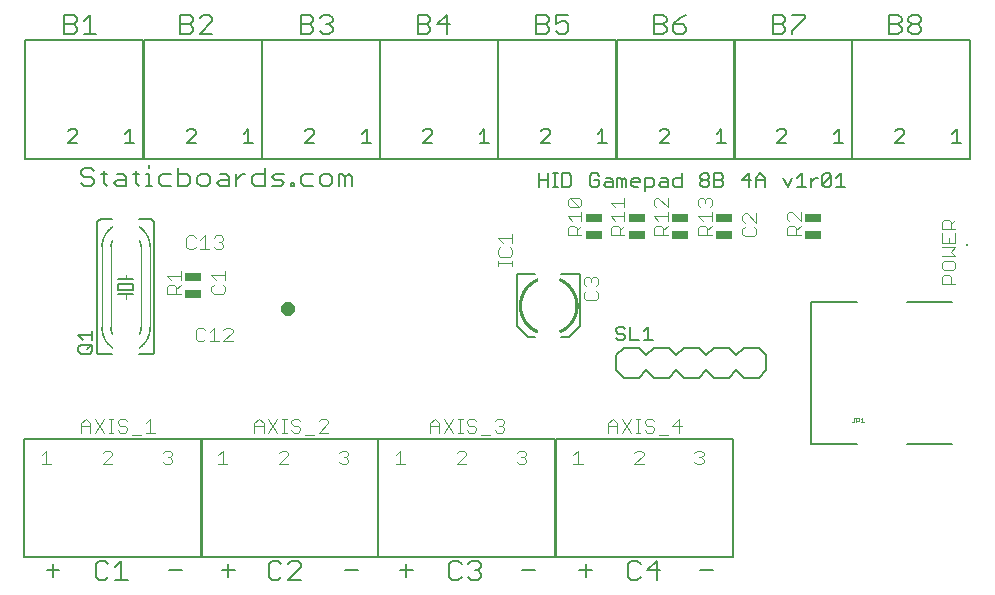
<source format=gto>
G75*
%MOIN*%
%OFA0B0*%
%FSLAX25Y25*%
%IPPOS*%
%LPD*%
%AMOC8*
5,1,8,0,0,1.08239X$1,22.5*
%
%ADD10C,0.00600*%
%ADD11C,0.00500*%
%ADD12C,0.00800*%
%ADD13C,0.00400*%
%ADD14C,0.02400*%
%ADD15C,0.00100*%
%ADD16C,0.00020*%
%ADD17C,0.00200*%
%ADD18R,0.05512X0.02559*%
%ADD19C,0.00700*%
%ADD20C,0.00080*%
%ADD21R,0.00787X0.00787*%
D10*
X0020820Y0010440D02*
X0025090Y0010440D01*
X0022955Y0012575D02*
X0022955Y0008305D01*
X0037158Y0008305D02*
X0038226Y0007237D01*
X0040361Y0007237D01*
X0041429Y0008305D01*
X0043604Y0007237D02*
X0047874Y0007237D01*
X0045739Y0007237D02*
X0045739Y0013642D01*
X0043604Y0011507D01*
X0041429Y0012575D02*
X0040361Y0013642D01*
X0038226Y0013642D01*
X0037158Y0012575D01*
X0037158Y0008305D01*
X0061568Y0010440D02*
X0065838Y0010440D01*
X0079284Y0010440D02*
X0083555Y0010440D01*
X0081419Y0012575D02*
X0081419Y0008305D01*
X0094835Y0008305D02*
X0095903Y0007237D01*
X0098038Y0007237D01*
X0099106Y0008305D01*
X0101281Y0007237D02*
X0105551Y0011507D01*
X0105551Y0012575D01*
X0104484Y0013642D01*
X0102348Y0013642D01*
X0101281Y0012575D01*
X0099106Y0012575D02*
X0098038Y0013642D01*
X0095903Y0013642D01*
X0094835Y0012575D01*
X0094835Y0008305D01*
X0101281Y0007237D02*
X0105551Y0007237D01*
X0120229Y0010440D02*
X0124499Y0010440D01*
X0138536Y0010440D02*
X0142807Y0010440D01*
X0140671Y0012575D02*
X0140671Y0008305D01*
X0154875Y0008305D02*
X0155942Y0007237D01*
X0158078Y0007237D01*
X0159145Y0008305D01*
X0161320Y0008305D02*
X0162388Y0007237D01*
X0164523Y0007237D01*
X0165591Y0008305D01*
X0165591Y0009372D01*
X0164523Y0010440D01*
X0163455Y0010440D01*
X0164523Y0010440D02*
X0165591Y0011507D01*
X0165591Y0012575D01*
X0164523Y0013642D01*
X0162388Y0013642D01*
X0161320Y0012575D01*
X0159145Y0012575D02*
X0158078Y0013642D01*
X0155942Y0013642D01*
X0154875Y0012575D01*
X0154875Y0008305D01*
X0179284Y0010440D02*
X0183555Y0010440D01*
X0198379Y0010440D02*
X0202649Y0010440D01*
X0200514Y0012575D02*
X0200514Y0008305D01*
X0214520Y0008305D02*
X0215588Y0007237D01*
X0217723Y0007237D01*
X0218791Y0008305D01*
X0220966Y0010440D02*
X0225236Y0010440D01*
X0224169Y0013642D02*
X0220966Y0010440D01*
X0218791Y0012575D02*
X0217723Y0013642D01*
X0215588Y0013642D01*
X0214520Y0012575D01*
X0214520Y0008305D01*
X0224169Y0007237D02*
X0224169Y0013642D01*
X0238733Y0010440D02*
X0243003Y0010440D01*
X0056634Y0083390D02*
X0056634Y0126390D01*
X0056632Y0126450D01*
X0056627Y0126511D01*
X0056618Y0126570D01*
X0056605Y0126629D01*
X0056589Y0126688D01*
X0056569Y0126745D01*
X0056546Y0126800D01*
X0056519Y0126855D01*
X0056490Y0126907D01*
X0056457Y0126958D01*
X0056421Y0127007D01*
X0056383Y0127053D01*
X0056341Y0127097D01*
X0056297Y0127139D01*
X0056251Y0127177D01*
X0056202Y0127213D01*
X0056151Y0127246D01*
X0056099Y0127275D01*
X0056044Y0127302D01*
X0055989Y0127325D01*
X0055932Y0127345D01*
X0055873Y0127361D01*
X0055814Y0127374D01*
X0055755Y0127383D01*
X0055694Y0127388D01*
X0055634Y0127390D01*
X0051634Y0127390D01*
X0042634Y0127390D02*
X0038634Y0127390D01*
X0038574Y0127388D01*
X0038513Y0127383D01*
X0038454Y0127374D01*
X0038395Y0127361D01*
X0038336Y0127345D01*
X0038279Y0127325D01*
X0038224Y0127302D01*
X0038169Y0127275D01*
X0038117Y0127246D01*
X0038066Y0127213D01*
X0038017Y0127177D01*
X0037971Y0127139D01*
X0037927Y0127097D01*
X0037885Y0127053D01*
X0037847Y0127007D01*
X0037811Y0126958D01*
X0037778Y0126907D01*
X0037749Y0126855D01*
X0037722Y0126800D01*
X0037699Y0126745D01*
X0037679Y0126688D01*
X0037663Y0126629D01*
X0037650Y0126570D01*
X0037641Y0126511D01*
X0037636Y0126450D01*
X0037634Y0126390D01*
X0037634Y0083390D01*
X0037636Y0083330D01*
X0037641Y0083269D01*
X0037650Y0083210D01*
X0037663Y0083151D01*
X0037679Y0083092D01*
X0037699Y0083035D01*
X0037722Y0082980D01*
X0037749Y0082925D01*
X0037778Y0082873D01*
X0037811Y0082822D01*
X0037847Y0082773D01*
X0037885Y0082727D01*
X0037927Y0082683D01*
X0037971Y0082641D01*
X0038017Y0082603D01*
X0038066Y0082567D01*
X0038117Y0082534D01*
X0038169Y0082505D01*
X0038224Y0082478D01*
X0038279Y0082455D01*
X0038336Y0082435D01*
X0038395Y0082419D01*
X0038454Y0082406D01*
X0038513Y0082397D01*
X0038574Y0082392D01*
X0038634Y0082390D01*
X0042634Y0082390D01*
X0051634Y0082390D02*
X0055634Y0082390D01*
X0055694Y0082392D01*
X0055755Y0082397D01*
X0055814Y0082406D01*
X0055873Y0082419D01*
X0055932Y0082435D01*
X0055989Y0082455D01*
X0056044Y0082478D01*
X0056099Y0082505D01*
X0056151Y0082534D01*
X0056202Y0082567D01*
X0056251Y0082603D01*
X0056297Y0082641D01*
X0056341Y0082683D01*
X0056383Y0082727D01*
X0056421Y0082773D01*
X0056457Y0082822D01*
X0056490Y0082873D01*
X0056519Y0082925D01*
X0056546Y0082980D01*
X0056569Y0083035D01*
X0056589Y0083092D01*
X0056605Y0083151D01*
X0056618Y0083210D01*
X0056627Y0083269D01*
X0056632Y0083330D01*
X0056634Y0083390D01*
X0049634Y0102390D02*
X0047134Y0102390D01*
X0044634Y0102390D01*
X0044634Y0103890D02*
X0044634Y0105890D01*
X0049634Y0105890D01*
X0049634Y0103890D01*
X0044634Y0103890D01*
X0044634Y0107390D02*
X0047134Y0107390D01*
X0049634Y0107390D01*
D11*
X0035884Y0090246D02*
X0035884Y0087244D01*
X0035884Y0088745D02*
X0031380Y0088745D01*
X0032881Y0087244D01*
X0032131Y0085642D02*
X0035133Y0085642D01*
X0035884Y0084892D01*
X0035884Y0083390D01*
X0035133Y0082640D01*
X0032131Y0082640D01*
X0031380Y0083390D01*
X0031380Y0084892D01*
X0032131Y0085642D01*
X0034383Y0084141D02*
X0035884Y0085642D01*
X0013433Y0054181D02*
X0072488Y0054181D01*
X0072488Y0014811D01*
X0013433Y0014811D01*
X0013433Y0054181D01*
X0072173Y0054181D02*
X0131228Y0054181D01*
X0131228Y0014811D01*
X0072173Y0014811D01*
X0072173Y0054181D01*
X0131386Y0054181D02*
X0190441Y0054181D01*
X0190441Y0014811D01*
X0131386Y0014811D01*
X0131386Y0054181D01*
X0190598Y0054181D02*
X0249654Y0054181D01*
X0249654Y0014811D01*
X0190598Y0014811D01*
X0190598Y0054181D01*
X0211338Y0087104D02*
X0210588Y0087854D01*
X0211338Y0087104D02*
X0212840Y0087104D01*
X0213590Y0087854D01*
X0213590Y0088605D01*
X0212840Y0089355D01*
X0211338Y0089355D01*
X0210588Y0090106D01*
X0210588Y0090857D01*
X0211338Y0091607D01*
X0212840Y0091607D01*
X0213590Y0090857D01*
X0215192Y0091607D02*
X0215192Y0087104D01*
X0218194Y0087104D01*
X0219796Y0087104D02*
X0222798Y0087104D01*
X0221297Y0087104D02*
X0221297Y0091607D01*
X0219796Y0090106D01*
X0220318Y0136788D02*
X0220318Y0141292D01*
X0222570Y0141292D01*
X0223321Y0140541D01*
X0223321Y0139040D01*
X0222570Y0138289D01*
X0220318Y0138289D01*
X0218717Y0139791D02*
X0215714Y0139791D01*
X0215714Y0140541D02*
X0215714Y0139040D01*
X0216465Y0138289D01*
X0217966Y0138289D01*
X0218717Y0139791D02*
X0218717Y0140541D01*
X0217966Y0141292D01*
X0216465Y0141292D01*
X0215714Y0140541D01*
X0214113Y0140541D02*
X0214113Y0138289D01*
X0212612Y0138289D02*
X0212612Y0140541D01*
X0213362Y0141292D01*
X0214113Y0140541D01*
X0212612Y0140541D02*
X0211861Y0141292D01*
X0211111Y0141292D01*
X0211111Y0138289D01*
X0209509Y0138289D02*
X0209509Y0140541D01*
X0208759Y0141292D01*
X0207257Y0141292D01*
X0207257Y0139791D02*
X0209509Y0139791D01*
X0209509Y0138289D02*
X0207257Y0138289D01*
X0206507Y0139040D01*
X0207257Y0139791D01*
X0204905Y0139040D02*
X0204905Y0140541D01*
X0203404Y0140541D01*
X0204905Y0139040D02*
X0204155Y0138289D01*
X0202653Y0138289D01*
X0201903Y0139040D01*
X0201903Y0142043D01*
X0202653Y0142793D01*
X0204155Y0142793D01*
X0204905Y0142043D01*
X0210638Y0147685D02*
X0210638Y0187055D01*
X0171268Y0187055D01*
X0171268Y0147685D01*
X0210638Y0147685D01*
X0210835Y0147685D02*
X0210835Y0187055D01*
X0250205Y0187055D01*
X0250205Y0147685D01*
X0210835Y0147685D01*
X0207601Y0152994D02*
X0204599Y0152994D01*
X0206100Y0152994D02*
X0206100Y0157498D01*
X0204599Y0155997D01*
X0188601Y0155997D02*
X0188601Y0156747D01*
X0187851Y0157498D01*
X0186349Y0157498D01*
X0185599Y0156747D01*
X0188601Y0155997D02*
X0185599Y0152994D01*
X0188601Y0152994D01*
X0188024Y0142793D02*
X0188024Y0138289D01*
X0189626Y0138289D02*
X0191127Y0138289D01*
X0190376Y0138289D02*
X0190376Y0142793D01*
X0189626Y0142793D02*
X0191127Y0142793D01*
X0192695Y0142793D02*
X0194947Y0142793D01*
X0195697Y0142043D01*
X0195697Y0139040D01*
X0194947Y0138289D01*
X0192695Y0138289D01*
X0192695Y0142793D01*
X0188024Y0140541D02*
X0185022Y0140541D01*
X0185022Y0138289D02*
X0185022Y0142793D01*
X0171268Y0147685D02*
X0171268Y0187055D01*
X0131898Y0187055D01*
X0131898Y0147685D01*
X0171268Y0147685D01*
X0168231Y0152994D02*
X0165229Y0152994D01*
X0166730Y0152994D02*
X0166730Y0157498D01*
X0165229Y0155997D01*
X0149231Y0155997D02*
X0149231Y0156747D01*
X0148481Y0157498D01*
X0146979Y0157498D01*
X0146229Y0156747D01*
X0149231Y0155997D02*
X0146229Y0152994D01*
X0149231Y0152994D01*
X0132016Y0147685D02*
X0132016Y0187055D01*
X0092646Y0187055D01*
X0092646Y0147685D01*
X0132016Y0147685D01*
X0128979Y0152994D02*
X0125977Y0152994D01*
X0127478Y0152994D02*
X0127478Y0157498D01*
X0125977Y0155997D01*
X0109979Y0155997D02*
X0109979Y0156747D01*
X0109229Y0157498D01*
X0107727Y0157498D01*
X0106977Y0156747D01*
X0109979Y0155997D02*
X0106977Y0152994D01*
X0109979Y0152994D01*
X0092567Y0147685D02*
X0092567Y0187055D01*
X0053197Y0187055D01*
X0053197Y0147685D01*
X0092567Y0147685D01*
X0089531Y0152994D02*
X0086528Y0152994D01*
X0088029Y0152994D02*
X0088029Y0157498D01*
X0086528Y0155997D01*
X0070531Y0155997D02*
X0070531Y0156747D01*
X0069780Y0157498D01*
X0068279Y0157498D01*
X0067528Y0156747D01*
X0070531Y0155997D02*
X0067528Y0152994D01*
X0070531Y0152994D01*
X0053118Y0147685D02*
X0053118Y0187055D01*
X0013748Y0187055D01*
X0013748Y0147685D01*
X0053118Y0147685D01*
X0050082Y0152994D02*
X0047079Y0152994D01*
X0048580Y0152994D02*
X0048580Y0157498D01*
X0047079Y0155997D01*
X0031082Y0155997D02*
X0028079Y0152994D01*
X0031082Y0152994D01*
X0031082Y0155997D02*
X0031082Y0156747D01*
X0030331Y0157498D01*
X0028830Y0157498D01*
X0028079Y0156747D01*
X0225166Y0156747D02*
X0225916Y0157498D01*
X0227418Y0157498D01*
X0228168Y0156747D01*
X0228168Y0155997D01*
X0225166Y0152994D01*
X0228168Y0152994D01*
X0232529Y0142793D02*
X0232529Y0138289D01*
X0230277Y0138289D01*
X0229526Y0139040D01*
X0229526Y0140541D01*
X0230277Y0141292D01*
X0232529Y0141292D01*
X0238734Y0141292D02*
X0238734Y0142043D01*
X0239485Y0142793D01*
X0240986Y0142793D01*
X0241737Y0142043D01*
X0241737Y0141292D01*
X0240986Y0140541D01*
X0239485Y0140541D01*
X0238734Y0141292D01*
X0239485Y0140541D02*
X0238734Y0139791D01*
X0238734Y0139040D01*
X0239485Y0138289D01*
X0240986Y0138289D01*
X0241737Y0139040D01*
X0241737Y0139791D01*
X0240986Y0140541D01*
X0243338Y0140541D02*
X0245590Y0140541D01*
X0246341Y0139791D01*
X0246341Y0139040D01*
X0245590Y0138289D01*
X0243338Y0138289D01*
X0243338Y0142793D01*
X0245590Y0142793D01*
X0246341Y0142043D01*
X0246341Y0141292D01*
X0245590Y0140541D01*
X0252546Y0140541D02*
X0255548Y0140541D01*
X0257150Y0140541D02*
X0260152Y0140541D01*
X0260152Y0141292D02*
X0260152Y0138289D01*
X0257150Y0138289D02*
X0257150Y0141292D01*
X0258651Y0142793D01*
X0260152Y0141292D01*
X0266358Y0141292D02*
X0267859Y0138289D01*
X0269360Y0141292D01*
X0270962Y0141292D02*
X0272463Y0142793D01*
X0272463Y0138289D01*
X0270962Y0138289D02*
X0273964Y0138289D01*
X0275566Y0138289D02*
X0275566Y0141292D01*
X0275566Y0139791D02*
X0277067Y0141292D01*
X0277817Y0141292D01*
X0279402Y0142043D02*
X0280153Y0142793D01*
X0281654Y0142793D01*
X0282405Y0142043D01*
X0279402Y0139040D01*
X0280153Y0138289D01*
X0281654Y0138289D01*
X0282405Y0139040D01*
X0282405Y0142043D01*
X0284006Y0141292D02*
X0285507Y0142793D01*
X0285507Y0138289D01*
X0284006Y0138289D02*
X0287009Y0138289D01*
X0279402Y0139040D02*
X0279402Y0142043D01*
X0289378Y0147685D02*
X0289378Y0187055D01*
X0328748Y0187055D01*
X0328748Y0147685D01*
X0289378Y0147685D01*
X0289378Y0187055D01*
X0250008Y0187055D01*
X0250008Y0147685D01*
X0289378Y0147685D01*
X0286342Y0152994D02*
X0283339Y0152994D01*
X0284840Y0152994D02*
X0284840Y0157498D01*
X0283339Y0155997D01*
X0267342Y0155997D02*
X0267342Y0156747D01*
X0266591Y0157498D01*
X0265090Y0157498D01*
X0264339Y0156747D01*
X0267342Y0155997D02*
X0264339Y0152994D01*
X0267342Y0152994D01*
X0254798Y0142793D02*
X0252546Y0140541D01*
X0254798Y0138289D02*
X0254798Y0142793D01*
X0247168Y0152994D02*
X0244166Y0152994D01*
X0245667Y0152994D02*
X0245667Y0157498D01*
X0244166Y0155997D01*
X0227925Y0140541D02*
X0227925Y0138289D01*
X0225673Y0138289D01*
X0224922Y0139040D01*
X0225673Y0139791D01*
X0227925Y0139791D01*
X0227925Y0140541D02*
X0227174Y0141292D01*
X0225673Y0141292D01*
X0303709Y0152994D02*
X0306712Y0155997D01*
X0306712Y0156747D01*
X0305961Y0157498D01*
X0304460Y0157498D01*
X0303709Y0156747D01*
X0303709Y0152994D02*
X0306712Y0152994D01*
X0322709Y0152994D02*
X0325712Y0152994D01*
X0324210Y0152994D02*
X0324210Y0157498D01*
X0322709Y0155997D01*
D12*
X0322528Y0099890D02*
X0307567Y0099890D01*
X0291031Y0099890D02*
X0275677Y0099890D01*
X0275677Y0052646D01*
X0291031Y0052646D01*
X0307567Y0052646D02*
X0322528Y0052646D01*
X0260638Y0077154D02*
X0260638Y0082154D01*
X0258138Y0084654D01*
X0253138Y0084654D01*
X0250638Y0082154D01*
X0248138Y0084654D01*
X0243138Y0084654D01*
X0240638Y0082154D01*
X0238138Y0084654D01*
X0233138Y0084654D01*
X0230638Y0082154D01*
X0228138Y0084654D01*
X0223138Y0084654D01*
X0220638Y0082154D01*
X0218138Y0084654D01*
X0213138Y0084654D01*
X0210638Y0082154D01*
X0210638Y0077154D01*
X0213138Y0074654D01*
X0218138Y0074654D01*
X0220638Y0077154D01*
X0223138Y0074654D01*
X0228138Y0074654D01*
X0230638Y0077154D01*
X0233138Y0074654D01*
X0238138Y0074654D01*
X0240638Y0077154D01*
X0243138Y0074654D01*
X0248138Y0074654D01*
X0250638Y0077154D01*
X0253138Y0074654D01*
X0258138Y0074654D01*
X0260638Y0077154D01*
X0198472Y0091858D02*
X0194929Y0088315D01*
X0192370Y0088315D01*
X0198472Y0091858D02*
X0198472Y0109181D01*
X0192370Y0109181D01*
X0183709Y0109181D02*
X0177606Y0109181D01*
X0177606Y0091858D01*
X0181150Y0088315D01*
X0183709Y0088315D01*
X0122493Y0138439D02*
X0122493Y0141542D01*
X0121458Y0142576D01*
X0120424Y0141542D01*
X0120424Y0138439D01*
X0118356Y0138439D02*
X0118356Y0142576D01*
X0119390Y0142576D01*
X0120424Y0141542D01*
X0116047Y0141542D02*
X0116047Y0139474D01*
X0115013Y0138439D01*
X0112944Y0138439D01*
X0111910Y0139474D01*
X0111910Y0141542D01*
X0112944Y0142576D01*
X0115013Y0142576D01*
X0116047Y0141542D01*
X0109602Y0142576D02*
X0106499Y0142576D01*
X0105465Y0141542D01*
X0105465Y0139474D01*
X0106499Y0138439D01*
X0109602Y0138439D01*
X0103276Y0138439D02*
X0102242Y0138439D01*
X0102242Y0139474D01*
X0103276Y0139474D01*
X0103276Y0138439D01*
X0099933Y0139474D02*
X0098899Y0140508D01*
X0096831Y0140508D01*
X0095796Y0141542D01*
X0096831Y0142576D01*
X0099933Y0142576D01*
X0093488Y0142576D02*
X0090385Y0142576D01*
X0089351Y0141542D01*
X0089351Y0139474D01*
X0090385Y0138439D01*
X0093488Y0138439D01*
X0093488Y0144645D01*
X0087082Y0142576D02*
X0086048Y0142576D01*
X0083980Y0140508D01*
X0083980Y0142576D02*
X0083980Y0138439D01*
X0081671Y0138439D02*
X0081671Y0141542D01*
X0080637Y0142576D01*
X0078568Y0142576D01*
X0078568Y0140508D02*
X0081671Y0140508D01*
X0081671Y0138439D02*
X0078568Y0138439D01*
X0077534Y0139474D01*
X0078568Y0140508D01*
X0075226Y0139474D02*
X0075226Y0141542D01*
X0074191Y0142576D01*
X0072123Y0142576D01*
X0071089Y0141542D01*
X0071089Y0139474D01*
X0072123Y0138439D01*
X0074191Y0138439D01*
X0075226Y0139474D01*
X0068780Y0139474D02*
X0068780Y0141542D01*
X0067746Y0142576D01*
X0064643Y0142576D01*
X0064643Y0144645D02*
X0064643Y0138439D01*
X0067746Y0138439D01*
X0068780Y0139474D01*
X0062335Y0138439D02*
X0059232Y0138439D01*
X0058198Y0139474D01*
X0058198Y0141542D01*
X0059232Y0142576D01*
X0062335Y0142576D01*
X0055969Y0138439D02*
X0053901Y0138439D01*
X0054935Y0138439D02*
X0054935Y0142576D01*
X0053901Y0142576D01*
X0051672Y0142576D02*
X0049604Y0142576D01*
X0050638Y0143610D02*
X0050638Y0139474D01*
X0051672Y0138439D01*
X0047295Y0138439D02*
X0047295Y0141542D01*
X0046261Y0142576D01*
X0044192Y0142576D01*
X0044192Y0140508D02*
X0047295Y0140508D01*
X0047295Y0138439D02*
X0044192Y0138439D01*
X0043158Y0139474D01*
X0044192Y0140508D01*
X0040930Y0142576D02*
X0038861Y0142576D01*
X0039895Y0143610D02*
X0039895Y0139474D01*
X0040930Y0138439D01*
X0036553Y0139474D02*
X0036553Y0140508D01*
X0035518Y0141542D01*
X0033450Y0141542D01*
X0032416Y0142576D01*
X0032416Y0143610D01*
X0033450Y0144645D01*
X0035518Y0144645D01*
X0036553Y0143610D01*
X0036553Y0139474D02*
X0035518Y0138439D01*
X0033450Y0138439D01*
X0032416Y0139474D01*
X0054935Y0144645D02*
X0054935Y0145679D01*
X0095796Y0138439D02*
X0098899Y0138439D01*
X0099933Y0139474D01*
D13*
X0079694Y0121312D02*
X0078926Y0122080D01*
X0077392Y0122080D01*
X0076624Y0121312D01*
X0078159Y0119778D02*
X0078926Y0119778D01*
X0079694Y0119010D01*
X0079694Y0118243D01*
X0078926Y0117476D01*
X0077392Y0117476D01*
X0076624Y0118243D01*
X0075090Y0117476D02*
X0072020Y0117476D01*
X0073555Y0117476D02*
X0073555Y0122080D01*
X0072020Y0120545D01*
X0070486Y0121312D02*
X0069718Y0122080D01*
X0068184Y0122080D01*
X0067417Y0121312D01*
X0067417Y0118243D01*
X0068184Y0117476D01*
X0069718Y0117476D01*
X0070486Y0118243D01*
X0078926Y0119778D02*
X0079694Y0120545D01*
X0079694Y0121312D01*
X0080343Y0110283D02*
X0080343Y0107214D01*
X0080343Y0108749D02*
X0075739Y0108749D01*
X0077274Y0107214D01*
X0076507Y0105680D02*
X0075739Y0104912D01*
X0075739Y0103378D01*
X0076507Y0102610D01*
X0079576Y0102610D01*
X0080343Y0103378D01*
X0080343Y0104912D01*
X0079576Y0105680D01*
X0065493Y0105631D02*
X0063958Y0104097D01*
X0063958Y0104864D02*
X0063958Y0102562D01*
X0065493Y0102562D02*
X0060889Y0102562D01*
X0060889Y0104864D01*
X0061656Y0105631D01*
X0063191Y0105631D01*
X0063958Y0104864D01*
X0062424Y0107166D02*
X0060889Y0108701D01*
X0065493Y0108701D01*
X0065493Y0110235D02*
X0065493Y0107166D01*
X0071333Y0091371D02*
X0070566Y0090604D01*
X0070566Y0087534D01*
X0071333Y0086767D01*
X0072868Y0086767D01*
X0073635Y0087534D01*
X0075170Y0086767D02*
X0078239Y0086767D01*
X0076705Y0086767D02*
X0076705Y0091371D01*
X0075170Y0089836D01*
X0073635Y0090604D02*
X0072868Y0091371D01*
X0071333Y0091371D01*
X0079774Y0090604D02*
X0080541Y0091371D01*
X0082076Y0091371D01*
X0082843Y0090604D01*
X0082843Y0089836D01*
X0079774Y0086767D01*
X0082843Y0086767D01*
X0091624Y0060954D02*
X0093159Y0059419D01*
X0093159Y0056350D01*
X0094694Y0056350D02*
X0097763Y0060954D01*
X0099298Y0060954D02*
X0100832Y0060954D01*
X0100065Y0060954D02*
X0100065Y0056350D01*
X0099298Y0056350D02*
X0100832Y0056350D01*
X0102367Y0057117D02*
X0103134Y0056350D01*
X0104669Y0056350D01*
X0105436Y0057117D01*
X0105436Y0057884D01*
X0104669Y0058652D01*
X0103134Y0058652D01*
X0102367Y0059419D01*
X0102367Y0060186D01*
X0103134Y0060954D01*
X0104669Y0060954D01*
X0105436Y0060186D01*
X0111575Y0060186D02*
X0112342Y0060954D01*
X0113877Y0060954D01*
X0114644Y0060186D01*
X0114644Y0059419D01*
X0111575Y0056350D01*
X0114644Y0056350D01*
X0110040Y0055582D02*
X0106971Y0055582D01*
X0101429Y0049596D02*
X0100662Y0050363D01*
X0099127Y0050363D01*
X0098360Y0049596D01*
X0101429Y0049596D02*
X0101429Y0048828D01*
X0098360Y0045759D01*
X0101429Y0045759D01*
X0097763Y0056350D02*
X0094694Y0060954D01*
X0093159Y0058652D02*
X0090090Y0058652D01*
X0090090Y0059419D02*
X0091624Y0060954D01*
X0090090Y0059419D02*
X0090090Y0056350D01*
X0079498Y0050363D02*
X0077964Y0048828D01*
X0079498Y0050363D02*
X0079498Y0045759D01*
X0077964Y0045759D02*
X0081033Y0045759D01*
X0062689Y0046526D02*
X0061922Y0045759D01*
X0060387Y0045759D01*
X0059620Y0046526D01*
X0061154Y0048061D02*
X0061922Y0048061D01*
X0062689Y0047294D01*
X0062689Y0046526D01*
X0061922Y0048061D02*
X0062689Y0048828D01*
X0062689Y0049596D01*
X0061922Y0050363D01*
X0060387Y0050363D01*
X0059620Y0049596D01*
X0052324Y0055582D02*
X0049254Y0055582D01*
X0047720Y0057117D02*
X0046952Y0056350D01*
X0045418Y0056350D01*
X0044650Y0057117D01*
X0043116Y0056350D02*
X0041581Y0056350D01*
X0042348Y0056350D02*
X0042348Y0060954D01*
X0041581Y0060954D02*
X0043116Y0060954D01*
X0044650Y0060186D02*
X0044650Y0059419D01*
X0045418Y0058652D01*
X0046952Y0058652D01*
X0047720Y0057884D01*
X0047720Y0057117D01*
X0047720Y0060186D02*
X0046952Y0060954D01*
X0045418Y0060954D01*
X0044650Y0060186D01*
X0040046Y0060954D02*
X0036977Y0056350D01*
X0035443Y0056350D02*
X0035443Y0059419D01*
X0033908Y0060954D01*
X0032373Y0059419D01*
X0032373Y0056350D01*
X0032373Y0058652D02*
X0035443Y0058652D01*
X0036977Y0060954D02*
X0040046Y0056350D01*
X0040387Y0050363D02*
X0039620Y0049596D01*
X0040387Y0050363D02*
X0041922Y0050363D01*
X0042689Y0049596D01*
X0042689Y0048828D01*
X0039620Y0045759D01*
X0042689Y0045759D01*
X0053858Y0056350D02*
X0056927Y0056350D01*
X0055393Y0056350D02*
X0055393Y0060954D01*
X0053858Y0059419D01*
X0022293Y0045759D02*
X0019224Y0045759D01*
X0020758Y0045759D02*
X0020758Y0050363D01*
X0019224Y0048828D01*
X0118360Y0049596D02*
X0119127Y0050363D01*
X0120662Y0050363D01*
X0121429Y0049596D01*
X0121429Y0048828D01*
X0120662Y0048061D01*
X0121429Y0047294D01*
X0121429Y0046526D01*
X0120662Y0045759D01*
X0119127Y0045759D01*
X0118360Y0046526D01*
X0119894Y0048061D02*
X0120662Y0048061D01*
X0137176Y0048828D02*
X0138711Y0050363D01*
X0138711Y0045759D01*
X0137176Y0045759D02*
X0140246Y0045759D01*
X0148712Y0056350D02*
X0148712Y0059419D01*
X0150246Y0060954D01*
X0151781Y0059419D01*
X0151781Y0056350D01*
X0153316Y0056350D02*
X0156385Y0060954D01*
X0157920Y0060954D02*
X0159454Y0060954D01*
X0158687Y0060954D02*
X0158687Y0056350D01*
X0157920Y0056350D02*
X0159454Y0056350D01*
X0160989Y0057117D02*
X0161756Y0056350D01*
X0163291Y0056350D01*
X0164058Y0057117D01*
X0164058Y0057884D01*
X0163291Y0058652D01*
X0161756Y0058652D01*
X0160989Y0059419D01*
X0160989Y0060186D01*
X0161756Y0060954D01*
X0163291Y0060954D01*
X0164058Y0060186D01*
X0170197Y0060186D02*
X0170964Y0060954D01*
X0172499Y0060954D01*
X0173266Y0060186D01*
X0173266Y0059419D01*
X0172499Y0058652D01*
X0173266Y0057884D01*
X0173266Y0057117D01*
X0172499Y0056350D01*
X0170964Y0056350D01*
X0170197Y0057117D01*
X0171731Y0058652D02*
X0172499Y0058652D01*
X0168662Y0055582D02*
X0165593Y0055582D01*
X0159874Y0050363D02*
X0158340Y0050363D01*
X0157572Y0049596D01*
X0159874Y0050363D02*
X0160642Y0049596D01*
X0160642Y0048828D01*
X0157572Y0045759D01*
X0160642Y0045759D01*
X0156385Y0056350D02*
X0153316Y0060954D01*
X0151781Y0058652D02*
X0148712Y0058652D01*
X0177572Y0049596D02*
X0178340Y0050363D01*
X0179874Y0050363D01*
X0180642Y0049596D01*
X0180642Y0048828D01*
X0179874Y0048061D01*
X0180642Y0047294D01*
X0180642Y0046526D01*
X0179874Y0045759D01*
X0178340Y0045759D01*
X0177572Y0046526D01*
X0179107Y0048061D02*
X0179874Y0048061D01*
X0196389Y0048828D02*
X0197924Y0050363D01*
X0197924Y0045759D01*
X0199458Y0045759D02*
X0196389Y0045759D01*
X0207924Y0056350D02*
X0207924Y0059419D01*
X0209459Y0060954D01*
X0210994Y0059419D01*
X0210994Y0056350D01*
X0212528Y0056350D02*
X0215598Y0060954D01*
X0217132Y0060954D02*
X0218667Y0060954D01*
X0217900Y0060954D02*
X0217900Y0056350D01*
X0218667Y0056350D02*
X0217132Y0056350D01*
X0215598Y0056350D02*
X0212528Y0060954D01*
X0210994Y0058652D02*
X0207924Y0058652D01*
X0220202Y0059419D02*
X0220969Y0058652D01*
X0222503Y0058652D01*
X0223271Y0057884D01*
X0223271Y0057117D01*
X0222503Y0056350D01*
X0220969Y0056350D01*
X0220202Y0057117D01*
X0220202Y0059419D02*
X0220202Y0060186D01*
X0220969Y0060954D01*
X0222503Y0060954D01*
X0223271Y0060186D01*
X0229409Y0058652D02*
X0232479Y0058652D01*
X0231711Y0056350D02*
X0231711Y0060954D01*
X0229409Y0058652D01*
X0227875Y0055582D02*
X0224805Y0055582D01*
X0219087Y0050363D02*
X0217552Y0050363D01*
X0216785Y0049596D01*
X0219087Y0050363D02*
X0219854Y0049596D01*
X0219854Y0048828D01*
X0216785Y0045759D01*
X0219854Y0045759D01*
X0236785Y0046526D02*
X0237552Y0045759D01*
X0239087Y0045759D01*
X0239854Y0046526D01*
X0239854Y0047294D01*
X0239087Y0048061D01*
X0238320Y0048061D01*
X0239087Y0048061D02*
X0239854Y0048828D01*
X0239854Y0049596D01*
X0239087Y0050363D01*
X0237552Y0050363D01*
X0236785Y0049596D01*
X0203804Y0100528D02*
X0204572Y0101295D01*
X0204572Y0102830D01*
X0203804Y0103597D01*
X0203804Y0105131D02*
X0204572Y0105899D01*
X0204572Y0107433D01*
X0203804Y0108201D01*
X0203037Y0108201D01*
X0202270Y0107433D01*
X0202270Y0106666D01*
X0202270Y0107433D02*
X0201502Y0108201D01*
X0200735Y0108201D01*
X0199968Y0107433D01*
X0199968Y0105899D01*
X0200735Y0105131D01*
X0200735Y0103597D02*
X0199968Y0102830D01*
X0199968Y0101295D01*
X0200735Y0100528D01*
X0203804Y0100528D01*
X0175910Y0111960D02*
X0175910Y0113494D01*
X0175910Y0112727D02*
X0171306Y0112727D01*
X0171306Y0111960D02*
X0171306Y0113494D01*
X0172074Y0115029D02*
X0175143Y0115029D01*
X0175910Y0115796D01*
X0175910Y0117331D01*
X0175143Y0118098D01*
X0175910Y0119633D02*
X0175910Y0122702D01*
X0175910Y0121168D02*
X0171306Y0121168D01*
X0172841Y0119633D01*
X0172074Y0118098D02*
X0171306Y0117331D01*
X0171306Y0115796D01*
X0172074Y0115029D01*
X0194472Y0122247D02*
X0194472Y0124549D01*
X0195239Y0125317D01*
X0196774Y0125317D01*
X0197541Y0124549D01*
X0197541Y0122247D01*
X0199076Y0122247D02*
X0194472Y0122247D01*
X0197541Y0123782D02*
X0199076Y0125317D01*
X0199076Y0126851D02*
X0199076Y0129920D01*
X0199076Y0128386D02*
X0194472Y0128386D01*
X0196006Y0126851D01*
X0195239Y0131455D02*
X0194472Y0132222D01*
X0194472Y0133757D01*
X0195239Y0134524D01*
X0198308Y0131455D01*
X0199076Y0132222D01*
X0199076Y0133757D01*
X0198308Y0134524D01*
X0195239Y0134524D01*
X0195239Y0131455D02*
X0198308Y0131455D01*
X0208842Y0132990D02*
X0210376Y0131455D01*
X0208842Y0132990D02*
X0213446Y0132990D01*
X0213446Y0134524D02*
X0213446Y0131455D01*
X0213446Y0129920D02*
X0213446Y0126851D01*
X0213446Y0125317D02*
X0211911Y0123782D01*
X0211911Y0124549D02*
X0211911Y0122247D01*
X0213446Y0122247D02*
X0208842Y0122247D01*
X0208842Y0124549D01*
X0209609Y0125317D01*
X0211144Y0125317D01*
X0211911Y0124549D01*
X0210376Y0126851D02*
X0208842Y0128386D01*
X0213446Y0128386D01*
X0223212Y0128386D02*
X0224746Y0126851D01*
X0223979Y0125317D02*
X0225514Y0125317D01*
X0226281Y0124549D01*
X0226281Y0122247D01*
X0227816Y0122247D02*
X0223212Y0122247D01*
X0223212Y0124549D01*
X0223979Y0125317D01*
X0226281Y0123782D02*
X0227816Y0125317D01*
X0227816Y0126851D02*
X0227816Y0129920D01*
X0227816Y0128386D02*
X0223212Y0128386D01*
X0223979Y0131455D02*
X0223212Y0132222D01*
X0223212Y0133757D01*
X0223979Y0134524D01*
X0224746Y0134524D01*
X0227816Y0131455D01*
X0227816Y0134524D01*
X0237976Y0133757D02*
X0238743Y0134524D01*
X0239510Y0134524D01*
X0240278Y0133757D01*
X0241045Y0134524D01*
X0241812Y0134524D01*
X0242580Y0133757D01*
X0242580Y0132222D01*
X0241812Y0131455D01*
X0242580Y0129920D02*
X0242580Y0126851D01*
X0242580Y0125317D02*
X0241045Y0123782D01*
X0241045Y0124549D02*
X0241045Y0122247D01*
X0242580Y0122247D02*
X0237976Y0122247D01*
X0237976Y0124549D01*
X0238743Y0125317D01*
X0240278Y0125317D01*
X0241045Y0124549D01*
X0239510Y0126851D02*
X0237976Y0128386D01*
X0242580Y0128386D01*
X0238743Y0131455D02*
X0237976Y0132222D01*
X0237976Y0133757D01*
X0240278Y0133757D02*
X0240278Y0132990D01*
X0252779Y0128653D02*
X0252779Y0127118D01*
X0253546Y0126351D01*
X0253546Y0124817D02*
X0252779Y0124049D01*
X0252779Y0122515D01*
X0253546Y0121747D01*
X0256615Y0121747D01*
X0257383Y0122515D01*
X0257383Y0124049D01*
X0256615Y0124817D01*
X0257383Y0126351D02*
X0254313Y0129420D01*
X0253546Y0129420D01*
X0252779Y0128653D01*
X0257383Y0129420D02*
X0257383Y0126351D01*
X0267621Y0127618D02*
X0268389Y0126851D01*
X0267621Y0127618D02*
X0267621Y0129153D01*
X0268389Y0129920D01*
X0269156Y0129920D01*
X0272225Y0126851D01*
X0272225Y0129920D01*
X0272225Y0125317D02*
X0270691Y0123782D01*
X0270691Y0124549D02*
X0270691Y0122247D01*
X0272225Y0122247D02*
X0267621Y0122247D01*
X0267621Y0124549D01*
X0268389Y0125317D01*
X0269923Y0125317D01*
X0270691Y0124549D01*
X0319180Y0124293D02*
X0319180Y0126595D01*
X0319948Y0127362D01*
X0321482Y0127362D01*
X0322250Y0126595D01*
X0322250Y0124293D01*
X0323784Y0124293D02*
X0319180Y0124293D01*
X0319180Y0122758D02*
X0319180Y0119689D01*
X0323784Y0119689D01*
X0323784Y0122758D01*
X0321482Y0121224D02*
X0321482Y0119689D01*
X0323784Y0118154D02*
X0319180Y0118154D01*
X0322250Y0116620D02*
X0323784Y0118154D01*
X0322250Y0116620D02*
X0323784Y0115085D01*
X0319180Y0115085D01*
X0319948Y0113550D02*
X0319180Y0112783D01*
X0319180Y0111248D01*
X0319948Y0110481D01*
X0323017Y0110481D01*
X0323784Y0111248D01*
X0323784Y0112783D01*
X0323017Y0113550D01*
X0319948Y0113550D01*
X0319948Y0108946D02*
X0321482Y0108946D01*
X0322250Y0108179D01*
X0322250Y0105877D01*
X0323784Y0105877D02*
X0319180Y0105877D01*
X0319180Y0108179D01*
X0319948Y0108946D01*
X0322250Y0125827D02*
X0323784Y0127362D01*
D14*
X0099961Y0097689D02*
X0099963Y0097755D01*
X0099969Y0097821D01*
X0099979Y0097887D01*
X0099992Y0097952D01*
X0100010Y0098016D01*
X0100031Y0098078D01*
X0100056Y0098140D01*
X0100084Y0098200D01*
X0100116Y0098258D01*
X0100152Y0098314D01*
X0100190Y0098367D01*
X0100232Y0098419D01*
X0100277Y0098468D01*
X0100324Y0098514D01*
X0100375Y0098557D01*
X0100427Y0098597D01*
X0100482Y0098634D01*
X0100539Y0098668D01*
X0100598Y0098698D01*
X0100659Y0098725D01*
X0100721Y0098748D01*
X0100784Y0098767D01*
X0100849Y0098783D01*
X0100914Y0098795D01*
X0100980Y0098803D01*
X0101046Y0098807D01*
X0101112Y0098807D01*
X0101178Y0098803D01*
X0101244Y0098795D01*
X0101309Y0098783D01*
X0101374Y0098767D01*
X0101437Y0098748D01*
X0101499Y0098725D01*
X0101560Y0098698D01*
X0101619Y0098668D01*
X0101676Y0098634D01*
X0101731Y0098597D01*
X0101783Y0098557D01*
X0101834Y0098514D01*
X0101881Y0098468D01*
X0101926Y0098419D01*
X0101968Y0098367D01*
X0102006Y0098314D01*
X0102042Y0098258D01*
X0102074Y0098200D01*
X0102102Y0098140D01*
X0102127Y0098078D01*
X0102148Y0098016D01*
X0102166Y0097952D01*
X0102179Y0097887D01*
X0102189Y0097821D01*
X0102195Y0097755D01*
X0102197Y0097689D01*
X0102195Y0097623D01*
X0102189Y0097557D01*
X0102179Y0097491D01*
X0102166Y0097426D01*
X0102148Y0097362D01*
X0102127Y0097300D01*
X0102102Y0097238D01*
X0102074Y0097178D01*
X0102042Y0097120D01*
X0102006Y0097064D01*
X0101968Y0097011D01*
X0101926Y0096959D01*
X0101881Y0096910D01*
X0101834Y0096864D01*
X0101783Y0096821D01*
X0101731Y0096781D01*
X0101676Y0096744D01*
X0101619Y0096710D01*
X0101560Y0096680D01*
X0101499Y0096653D01*
X0101437Y0096630D01*
X0101374Y0096611D01*
X0101309Y0096595D01*
X0101244Y0096583D01*
X0101178Y0096575D01*
X0101112Y0096571D01*
X0101046Y0096571D01*
X0100980Y0096575D01*
X0100914Y0096583D01*
X0100849Y0096595D01*
X0100784Y0096611D01*
X0100721Y0096630D01*
X0100659Y0096653D01*
X0100598Y0096680D01*
X0100539Y0096710D01*
X0100482Y0096744D01*
X0100427Y0096781D01*
X0100375Y0096821D01*
X0100324Y0096864D01*
X0100277Y0096910D01*
X0100232Y0096959D01*
X0100190Y0097011D01*
X0100152Y0097064D01*
X0100116Y0097120D01*
X0100084Y0097178D01*
X0100056Y0097238D01*
X0100031Y0097300D01*
X0100010Y0097362D01*
X0099992Y0097426D01*
X0099979Y0097491D01*
X0099969Y0097557D01*
X0099963Y0097623D01*
X0099961Y0097689D01*
D15*
X0289300Y0059968D02*
X0289550Y0059718D01*
X0289800Y0059718D01*
X0290050Y0059968D01*
X0290050Y0061219D01*
X0289800Y0061219D02*
X0290300Y0061219D01*
X0290773Y0061219D02*
X0290773Y0059718D01*
X0290773Y0060218D02*
X0291523Y0060218D01*
X0291774Y0060468D01*
X0291774Y0060969D01*
X0291523Y0061219D01*
X0290773Y0061219D01*
X0292246Y0060719D02*
X0292746Y0061219D01*
X0292746Y0059718D01*
X0292246Y0059718D02*
X0293247Y0059718D01*
D16*
X0051692Y0084707D02*
X0051591Y0084856D01*
X0051592Y0084856D02*
X0051749Y0084966D01*
X0051903Y0085080D01*
X0052055Y0085197D01*
X0052204Y0085319D01*
X0052350Y0085443D01*
X0052493Y0085572D01*
X0052632Y0085703D01*
X0052769Y0085839D01*
X0052902Y0085977D01*
X0053031Y0086119D01*
X0053158Y0086263D01*
X0053280Y0086411D01*
X0053399Y0086562D01*
X0053515Y0086715D01*
X0053626Y0086871D01*
X0053734Y0087030D01*
X0053838Y0087192D01*
X0053938Y0087356D01*
X0054034Y0087522D01*
X0054126Y0087691D01*
X0054213Y0087861D01*
X0054297Y0088034D01*
X0054376Y0088209D01*
X0054451Y0088386D01*
X0054522Y0088564D01*
X0054588Y0088744D01*
X0054650Y0088926D01*
X0054708Y0089109D01*
X0054761Y0089294D01*
X0054810Y0089479D01*
X0054854Y0089666D01*
X0054893Y0089854D01*
X0054928Y0090043D01*
X0054959Y0090232D01*
X0054985Y0090423D01*
X0055006Y0090613D01*
X0055022Y0090805D01*
X0055034Y0090996D01*
X0055041Y0091188D01*
X0055044Y0091380D01*
X0055223Y0091381D01*
X0055224Y0091380D01*
X0055221Y0091184D01*
X0055214Y0090988D01*
X0055202Y0090792D01*
X0055185Y0090596D01*
X0055163Y0090401D01*
X0055137Y0090206D01*
X0055106Y0090012D01*
X0055070Y0089819D01*
X0055030Y0089627D01*
X0054984Y0089436D01*
X0054935Y0089246D01*
X0054880Y0089057D01*
X0054821Y0088870D01*
X0054758Y0088684D01*
X0054690Y0088500D01*
X0054618Y0088317D01*
X0054541Y0088137D01*
X0054460Y0087958D01*
X0054374Y0087781D01*
X0054285Y0087606D01*
X0054191Y0087434D01*
X0054093Y0087264D01*
X0053990Y0087096D01*
X0053884Y0086931D01*
X0053774Y0086768D01*
X0053660Y0086609D01*
X0053542Y0086452D01*
X0053420Y0086298D01*
X0053295Y0086147D01*
X0053166Y0085999D01*
X0053033Y0085854D01*
X0052897Y0085712D01*
X0052757Y0085574D01*
X0052615Y0085439D01*
X0052468Y0085308D01*
X0052319Y0085180D01*
X0052167Y0085056D01*
X0052012Y0084936D01*
X0051854Y0084819D01*
X0051693Y0084707D01*
X0051683Y0084722D01*
X0051843Y0084834D01*
X0052001Y0084950D01*
X0052156Y0085070D01*
X0052308Y0085194D01*
X0052457Y0085321D01*
X0052602Y0085452D01*
X0052745Y0085587D01*
X0052884Y0085725D01*
X0053020Y0085866D01*
X0053152Y0086011D01*
X0053281Y0086158D01*
X0053406Y0086309D01*
X0053528Y0086463D01*
X0053645Y0086619D01*
X0053759Y0086779D01*
X0053869Y0086941D01*
X0053975Y0087106D01*
X0054077Y0087273D01*
X0054175Y0087443D01*
X0054269Y0087615D01*
X0054358Y0087789D01*
X0054444Y0087965D01*
X0054525Y0088144D01*
X0054601Y0088324D01*
X0054673Y0088506D01*
X0054741Y0088690D01*
X0054804Y0088876D01*
X0054863Y0089062D01*
X0054917Y0089251D01*
X0054967Y0089440D01*
X0055012Y0089631D01*
X0055052Y0089823D01*
X0055088Y0090015D01*
X0055119Y0090209D01*
X0055145Y0090403D01*
X0055167Y0090598D01*
X0055184Y0090793D01*
X0055196Y0090988D01*
X0055203Y0091184D01*
X0055206Y0091380D01*
X0055188Y0091380D01*
X0055185Y0091185D01*
X0055178Y0090989D01*
X0055166Y0090794D01*
X0055149Y0090599D01*
X0055128Y0090405D01*
X0055101Y0090211D01*
X0055070Y0090018D01*
X0055035Y0089826D01*
X0054994Y0089635D01*
X0054950Y0089445D01*
X0054900Y0089256D01*
X0054846Y0089068D01*
X0054787Y0088881D01*
X0054724Y0088696D01*
X0054657Y0088513D01*
X0054584Y0088331D01*
X0054508Y0088151D01*
X0054427Y0087973D01*
X0054342Y0087797D01*
X0054253Y0087623D01*
X0054159Y0087451D01*
X0054062Y0087282D01*
X0053960Y0087115D01*
X0053854Y0086951D01*
X0053744Y0086789D01*
X0053631Y0086630D01*
X0053513Y0086474D01*
X0053392Y0086320D01*
X0053267Y0086170D01*
X0053139Y0086023D01*
X0053007Y0085878D01*
X0052871Y0085737D01*
X0052732Y0085600D01*
X0052590Y0085466D01*
X0052445Y0085335D01*
X0052296Y0085208D01*
X0052145Y0085084D01*
X0051990Y0084965D01*
X0051833Y0084849D01*
X0051673Y0084737D01*
X0051663Y0084751D01*
X0051822Y0084863D01*
X0051979Y0084979D01*
X0052133Y0085099D01*
X0052285Y0085222D01*
X0052433Y0085349D01*
X0052578Y0085479D01*
X0052720Y0085613D01*
X0052858Y0085750D01*
X0052994Y0085891D01*
X0053125Y0086035D01*
X0053254Y0086182D01*
X0053378Y0086332D01*
X0053499Y0086485D01*
X0053616Y0086641D01*
X0053730Y0086799D01*
X0053839Y0086961D01*
X0053945Y0087125D01*
X0054046Y0087291D01*
X0054144Y0087460D01*
X0054237Y0087632D01*
X0054326Y0087805D01*
X0054411Y0087981D01*
X0054492Y0088158D01*
X0054568Y0088338D01*
X0054640Y0088519D01*
X0054707Y0088702D01*
X0054770Y0088887D01*
X0054829Y0089073D01*
X0054883Y0089260D01*
X0054932Y0089449D01*
X0054977Y0089639D01*
X0055017Y0089830D01*
X0055053Y0090021D01*
X0055083Y0090214D01*
X0055110Y0090407D01*
X0055131Y0090601D01*
X0055148Y0090796D01*
X0055160Y0090990D01*
X0055167Y0091185D01*
X0055170Y0091380D01*
X0055152Y0091380D01*
X0055149Y0091186D01*
X0055142Y0090991D01*
X0055130Y0090797D01*
X0055113Y0090603D01*
X0055092Y0090410D01*
X0055066Y0090217D01*
X0055035Y0090025D01*
X0054999Y0089833D01*
X0054959Y0089643D01*
X0054915Y0089453D01*
X0054865Y0089265D01*
X0054811Y0089078D01*
X0054753Y0088892D01*
X0054690Y0088708D01*
X0054623Y0088526D01*
X0054551Y0088345D01*
X0054475Y0088166D01*
X0054395Y0087988D01*
X0054310Y0087813D01*
X0054221Y0087640D01*
X0054128Y0087469D01*
X0054031Y0087301D01*
X0053929Y0087134D01*
X0053824Y0086971D01*
X0053715Y0086810D01*
X0053602Y0086651D01*
X0053485Y0086496D01*
X0053364Y0086343D01*
X0053240Y0086193D01*
X0053112Y0086047D01*
X0052980Y0085903D01*
X0052846Y0085763D01*
X0052707Y0085626D01*
X0052566Y0085492D01*
X0052421Y0085362D01*
X0052273Y0085236D01*
X0052122Y0085113D01*
X0051968Y0084993D01*
X0051812Y0084878D01*
X0051652Y0084766D01*
X0051642Y0084781D01*
X0051801Y0084893D01*
X0051958Y0085008D01*
X0052111Y0085127D01*
X0052262Y0085249D01*
X0052409Y0085376D01*
X0052554Y0085505D01*
X0052695Y0085639D01*
X0052833Y0085775D01*
X0052967Y0085915D01*
X0053099Y0086059D01*
X0053226Y0086205D01*
X0053350Y0086354D01*
X0053471Y0086507D01*
X0053587Y0086662D01*
X0053700Y0086820D01*
X0053809Y0086981D01*
X0053914Y0087144D01*
X0054015Y0087310D01*
X0054112Y0087478D01*
X0054205Y0087648D01*
X0054294Y0087821D01*
X0054378Y0087996D01*
X0054459Y0088173D01*
X0054535Y0088352D01*
X0054606Y0088532D01*
X0054673Y0088714D01*
X0054736Y0088898D01*
X0054794Y0089083D01*
X0054848Y0089270D01*
X0054897Y0089458D01*
X0054942Y0089647D01*
X0054982Y0089837D01*
X0055017Y0090028D01*
X0055048Y0090219D01*
X0055074Y0090412D01*
X0055095Y0090605D01*
X0055112Y0090798D01*
X0055124Y0090992D01*
X0055131Y0091186D01*
X0055134Y0091380D01*
X0055116Y0091380D01*
X0055113Y0091186D01*
X0055106Y0090993D01*
X0055094Y0090799D01*
X0055077Y0090606D01*
X0055056Y0090414D01*
X0055030Y0090222D01*
X0054999Y0090031D01*
X0054964Y0089840D01*
X0054924Y0089651D01*
X0054880Y0089462D01*
X0054831Y0089275D01*
X0054777Y0089088D01*
X0054719Y0088904D01*
X0054656Y0088720D01*
X0054589Y0088538D01*
X0054518Y0088358D01*
X0054442Y0088180D01*
X0054362Y0088004D01*
X0054278Y0087829D01*
X0054189Y0087657D01*
X0054097Y0087487D01*
X0054000Y0087319D01*
X0053899Y0087153D01*
X0053794Y0086991D01*
X0053685Y0086830D01*
X0053573Y0086673D01*
X0053456Y0086518D01*
X0053336Y0086366D01*
X0053212Y0086217D01*
X0053085Y0086071D01*
X0052954Y0085928D01*
X0052820Y0085788D01*
X0052682Y0085652D01*
X0052541Y0085519D01*
X0052397Y0085389D01*
X0052250Y0085263D01*
X0052100Y0085141D01*
X0051947Y0085022D01*
X0051791Y0084907D01*
X0051632Y0084796D01*
X0051622Y0084811D01*
X0051780Y0084922D01*
X0051936Y0085037D01*
X0052089Y0085155D01*
X0052239Y0085277D01*
X0052385Y0085403D01*
X0052529Y0085532D01*
X0052670Y0085665D01*
X0052807Y0085801D01*
X0052941Y0085940D01*
X0053072Y0086083D01*
X0053199Y0086228D01*
X0053322Y0086377D01*
X0053442Y0086529D01*
X0053558Y0086683D01*
X0053671Y0086840D01*
X0053779Y0087000D01*
X0053884Y0087163D01*
X0053984Y0087328D01*
X0054081Y0087496D01*
X0054173Y0087665D01*
X0054262Y0087837D01*
X0054346Y0088011D01*
X0054426Y0088187D01*
X0054501Y0088365D01*
X0054572Y0088545D01*
X0054639Y0088726D01*
X0054702Y0088909D01*
X0054760Y0089094D01*
X0054813Y0089279D01*
X0054862Y0089466D01*
X0054907Y0089654D01*
X0054946Y0089844D01*
X0054982Y0090034D01*
X0055012Y0090225D01*
X0055038Y0090416D01*
X0055060Y0090608D01*
X0055076Y0090801D01*
X0055088Y0090994D01*
X0055095Y0091187D01*
X0055098Y0091380D01*
X0055080Y0091380D01*
X0055077Y0091187D01*
X0055070Y0090995D01*
X0055058Y0090802D01*
X0055042Y0090610D01*
X0055020Y0090418D01*
X0054994Y0090227D01*
X0054964Y0090037D01*
X0054929Y0089847D01*
X0054889Y0089658D01*
X0054845Y0089471D01*
X0054796Y0089284D01*
X0054742Y0089099D01*
X0054685Y0088915D01*
X0054622Y0088732D01*
X0054556Y0088551D01*
X0054485Y0088372D01*
X0054409Y0088195D01*
X0054329Y0088019D01*
X0054246Y0087845D01*
X0054157Y0087674D01*
X0054065Y0087504D01*
X0053969Y0087337D01*
X0053868Y0087173D01*
X0053764Y0087010D01*
X0053656Y0086851D01*
X0053544Y0086694D01*
X0053428Y0086540D01*
X0053308Y0086388D01*
X0053185Y0086240D01*
X0053058Y0086095D01*
X0052928Y0085952D01*
X0052794Y0085813D01*
X0052657Y0085678D01*
X0052517Y0085545D01*
X0052374Y0085416D01*
X0052227Y0085291D01*
X0052078Y0085169D01*
X0051925Y0085051D01*
X0051770Y0084937D01*
X0051612Y0084826D01*
X0051602Y0084841D01*
X0051759Y0084951D01*
X0051914Y0085065D01*
X0052066Y0085183D01*
X0052216Y0085305D01*
X0052362Y0085430D01*
X0052505Y0085558D01*
X0052645Y0085691D01*
X0052782Y0085826D01*
X0052915Y0085965D01*
X0053045Y0086107D01*
X0053171Y0086252D01*
X0053294Y0086400D01*
X0053414Y0086551D01*
X0053529Y0086704D01*
X0053641Y0086861D01*
X0053749Y0087020D01*
X0053853Y0087182D01*
X0053953Y0087346D01*
X0054049Y0087513D01*
X0054141Y0087682D01*
X0054229Y0087853D01*
X0054313Y0088027D01*
X0054393Y0088202D01*
X0054468Y0088379D01*
X0054539Y0088558D01*
X0054605Y0088738D01*
X0054668Y0088920D01*
X0054725Y0089104D01*
X0054779Y0089289D01*
X0054827Y0089475D01*
X0054871Y0089662D01*
X0054911Y0089851D01*
X0054946Y0090040D01*
X0054977Y0090230D01*
X0055002Y0090420D01*
X0055024Y0090612D01*
X0055040Y0090803D01*
X0055052Y0090995D01*
X0055059Y0091188D01*
X0055062Y0091380D01*
X0051719Y0089181D02*
X0051557Y0089259D01*
X0051615Y0089383D01*
X0051669Y0089509D01*
X0051720Y0089637D01*
X0051767Y0089765D01*
X0051811Y0089895D01*
X0051851Y0090027D01*
X0051887Y0090159D01*
X0051920Y0090292D01*
X0051948Y0090426D01*
X0051974Y0090561D01*
X0051995Y0090697D01*
X0052012Y0090833D01*
X0052026Y0090969D01*
X0052036Y0091106D01*
X0052042Y0091243D01*
X0052044Y0091380D01*
X0052223Y0091381D01*
X0052224Y0091380D01*
X0052222Y0091246D01*
X0052216Y0091112D01*
X0052207Y0090979D01*
X0052195Y0090846D01*
X0052179Y0090713D01*
X0052159Y0090580D01*
X0052136Y0090448D01*
X0052110Y0090317D01*
X0052080Y0090187D01*
X0052046Y0090057D01*
X0052010Y0089928D01*
X0051970Y0089801D01*
X0051926Y0089674D01*
X0051879Y0089549D01*
X0051829Y0089424D01*
X0051776Y0089302D01*
X0051719Y0089180D01*
X0051703Y0089188D01*
X0051763Y0089317D01*
X0051819Y0089447D01*
X0051871Y0089578D01*
X0051920Y0089712D01*
X0051965Y0089846D01*
X0052007Y0089982D01*
X0052044Y0090118D01*
X0052078Y0090256D01*
X0052107Y0090394D01*
X0052133Y0090534D01*
X0052155Y0090674D01*
X0052173Y0090814D01*
X0052187Y0090955D01*
X0052198Y0091097D01*
X0052204Y0091238D01*
X0052206Y0091380D01*
X0052188Y0091380D01*
X0052186Y0091239D01*
X0052180Y0091098D01*
X0052169Y0090957D01*
X0052155Y0090816D01*
X0052137Y0090676D01*
X0052115Y0090537D01*
X0052090Y0090398D01*
X0052060Y0090260D01*
X0052027Y0090123D01*
X0051989Y0089987D01*
X0051948Y0089851D01*
X0051903Y0089718D01*
X0051855Y0089585D01*
X0051802Y0089454D01*
X0051746Y0089324D01*
X0051687Y0089196D01*
X0051671Y0089204D01*
X0051730Y0089331D01*
X0051786Y0089461D01*
X0051838Y0089591D01*
X0051886Y0089724D01*
X0051931Y0089857D01*
X0051972Y0089992D01*
X0052009Y0090127D01*
X0052042Y0090264D01*
X0052072Y0090402D01*
X0052098Y0090540D01*
X0052120Y0090679D01*
X0052137Y0090818D01*
X0052151Y0090958D01*
X0052162Y0091099D01*
X0052168Y0091239D01*
X0052170Y0091380D01*
X0052152Y0091380D01*
X0052150Y0091240D01*
X0052144Y0091100D01*
X0052134Y0090960D01*
X0052120Y0090820D01*
X0052102Y0090681D01*
X0052080Y0090543D01*
X0052054Y0090405D01*
X0052025Y0090268D01*
X0051992Y0090132D01*
X0051955Y0089997D01*
X0051914Y0089862D01*
X0051869Y0089729D01*
X0051821Y0089598D01*
X0051769Y0089468D01*
X0051714Y0089339D01*
X0051655Y0089212D01*
X0051638Y0089220D01*
X0051697Y0089346D01*
X0051753Y0089475D01*
X0051804Y0089604D01*
X0051852Y0089735D01*
X0051897Y0089868D01*
X0051937Y0090002D01*
X0051974Y0090136D01*
X0052007Y0090272D01*
X0052037Y0090409D01*
X0052062Y0090546D01*
X0052084Y0090684D01*
X0052102Y0090823D01*
X0052116Y0090962D01*
X0052126Y0091101D01*
X0052132Y0091240D01*
X0052134Y0091380D01*
X0052116Y0091380D01*
X0052114Y0091241D01*
X0052108Y0091102D01*
X0052098Y0090963D01*
X0052084Y0090825D01*
X0052066Y0090686D01*
X0052044Y0090549D01*
X0052019Y0090412D01*
X0051990Y0090276D01*
X0051957Y0090141D01*
X0051920Y0090007D01*
X0051880Y0089873D01*
X0051835Y0089741D01*
X0051787Y0089611D01*
X0051736Y0089481D01*
X0051681Y0089354D01*
X0051622Y0089227D01*
X0051606Y0089235D01*
X0051664Y0089361D01*
X0051719Y0089488D01*
X0051771Y0089617D01*
X0051818Y0089747D01*
X0051862Y0089879D01*
X0051903Y0090012D01*
X0051939Y0090145D01*
X0051972Y0090280D01*
X0052001Y0090416D01*
X0052027Y0090552D01*
X0052048Y0090689D01*
X0052066Y0090827D01*
X0052080Y0090965D01*
X0052090Y0091103D01*
X0052096Y0091241D01*
X0052098Y0091380D01*
X0052080Y0091380D01*
X0052078Y0091242D01*
X0052072Y0091104D01*
X0052062Y0090966D01*
X0052048Y0090829D01*
X0052030Y0090692D01*
X0052009Y0090555D01*
X0051984Y0090419D01*
X0051955Y0090284D01*
X0051922Y0090150D01*
X0051885Y0090017D01*
X0051845Y0089884D01*
X0051801Y0089753D01*
X0051754Y0089624D01*
X0051703Y0089495D01*
X0051648Y0089368D01*
X0051590Y0089243D01*
X0051574Y0089251D01*
X0051632Y0089376D01*
X0051686Y0089502D01*
X0051737Y0089630D01*
X0051784Y0089759D01*
X0051828Y0089890D01*
X0051868Y0090022D01*
X0051905Y0090154D01*
X0051937Y0090288D01*
X0051966Y0090423D01*
X0051991Y0090558D01*
X0052013Y0090694D01*
X0052030Y0090831D01*
X0052044Y0090968D01*
X0052054Y0091105D01*
X0052060Y0091242D01*
X0052062Y0091380D01*
X0042045Y0091381D02*
X0042225Y0091381D01*
X0042224Y0091380D02*
X0042226Y0091243D01*
X0042232Y0091106D01*
X0042242Y0090969D01*
X0042256Y0090833D01*
X0042273Y0090697D01*
X0042294Y0090561D01*
X0042320Y0090426D01*
X0042348Y0090292D01*
X0042381Y0090159D01*
X0042417Y0090027D01*
X0042457Y0089895D01*
X0042501Y0089765D01*
X0042548Y0089637D01*
X0042599Y0089509D01*
X0042653Y0089383D01*
X0042711Y0089259D01*
X0042549Y0089181D01*
X0042549Y0089180D01*
X0042492Y0089302D01*
X0042439Y0089424D01*
X0042389Y0089549D01*
X0042342Y0089674D01*
X0042298Y0089801D01*
X0042258Y0089928D01*
X0042222Y0090057D01*
X0042188Y0090187D01*
X0042158Y0090317D01*
X0042132Y0090448D01*
X0042109Y0090580D01*
X0042089Y0090713D01*
X0042073Y0090846D01*
X0042061Y0090979D01*
X0042052Y0091112D01*
X0042046Y0091246D01*
X0042044Y0091380D01*
X0042062Y0091380D01*
X0042064Y0091238D01*
X0042070Y0091097D01*
X0042081Y0090955D01*
X0042095Y0090814D01*
X0042113Y0090674D01*
X0042135Y0090534D01*
X0042161Y0090394D01*
X0042190Y0090256D01*
X0042224Y0090118D01*
X0042261Y0089982D01*
X0042303Y0089846D01*
X0042348Y0089712D01*
X0042397Y0089578D01*
X0042449Y0089447D01*
X0042505Y0089317D01*
X0042565Y0089188D01*
X0042581Y0089196D01*
X0042522Y0089324D01*
X0042466Y0089454D01*
X0042413Y0089585D01*
X0042365Y0089718D01*
X0042320Y0089851D01*
X0042279Y0089987D01*
X0042241Y0090123D01*
X0042208Y0090260D01*
X0042178Y0090398D01*
X0042153Y0090537D01*
X0042131Y0090676D01*
X0042113Y0090816D01*
X0042099Y0090957D01*
X0042088Y0091098D01*
X0042082Y0091239D01*
X0042080Y0091380D01*
X0042098Y0091380D01*
X0042100Y0091239D01*
X0042106Y0091099D01*
X0042117Y0090958D01*
X0042131Y0090818D01*
X0042148Y0090679D01*
X0042170Y0090540D01*
X0042196Y0090402D01*
X0042226Y0090264D01*
X0042259Y0090127D01*
X0042296Y0089992D01*
X0042337Y0089857D01*
X0042382Y0089724D01*
X0042430Y0089591D01*
X0042482Y0089461D01*
X0042538Y0089331D01*
X0042597Y0089204D01*
X0042613Y0089212D01*
X0042554Y0089339D01*
X0042499Y0089468D01*
X0042447Y0089598D01*
X0042399Y0089729D01*
X0042354Y0089862D01*
X0042313Y0089997D01*
X0042276Y0090132D01*
X0042243Y0090268D01*
X0042214Y0090405D01*
X0042188Y0090543D01*
X0042166Y0090681D01*
X0042148Y0090820D01*
X0042134Y0090960D01*
X0042124Y0091100D01*
X0042118Y0091240D01*
X0042116Y0091380D01*
X0042134Y0091380D01*
X0042136Y0091240D01*
X0042142Y0091101D01*
X0042152Y0090962D01*
X0042166Y0090823D01*
X0042184Y0090684D01*
X0042206Y0090546D01*
X0042231Y0090409D01*
X0042261Y0090272D01*
X0042294Y0090136D01*
X0042331Y0090002D01*
X0042371Y0089868D01*
X0042416Y0089735D01*
X0042464Y0089604D01*
X0042515Y0089475D01*
X0042571Y0089346D01*
X0042630Y0089220D01*
X0042646Y0089227D01*
X0042587Y0089354D01*
X0042532Y0089481D01*
X0042481Y0089611D01*
X0042433Y0089741D01*
X0042388Y0089873D01*
X0042348Y0090007D01*
X0042311Y0090141D01*
X0042278Y0090276D01*
X0042249Y0090412D01*
X0042224Y0090549D01*
X0042202Y0090686D01*
X0042184Y0090825D01*
X0042170Y0090963D01*
X0042160Y0091102D01*
X0042154Y0091241D01*
X0042152Y0091380D01*
X0042170Y0091380D01*
X0042172Y0091241D01*
X0042178Y0091103D01*
X0042188Y0090965D01*
X0042202Y0090827D01*
X0042220Y0090689D01*
X0042241Y0090552D01*
X0042267Y0090416D01*
X0042296Y0090280D01*
X0042329Y0090145D01*
X0042365Y0090012D01*
X0042406Y0089879D01*
X0042450Y0089747D01*
X0042497Y0089617D01*
X0042549Y0089488D01*
X0042604Y0089361D01*
X0042662Y0089235D01*
X0042678Y0089243D01*
X0042620Y0089368D01*
X0042565Y0089495D01*
X0042514Y0089624D01*
X0042467Y0089753D01*
X0042423Y0089884D01*
X0042383Y0090017D01*
X0042346Y0090150D01*
X0042313Y0090284D01*
X0042284Y0090419D01*
X0042259Y0090555D01*
X0042238Y0090692D01*
X0042220Y0090829D01*
X0042206Y0090966D01*
X0042196Y0091104D01*
X0042190Y0091242D01*
X0042188Y0091380D01*
X0042206Y0091380D01*
X0042208Y0091242D01*
X0042214Y0091105D01*
X0042224Y0090968D01*
X0042238Y0090831D01*
X0042255Y0090694D01*
X0042277Y0090558D01*
X0042302Y0090423D01*
X0042331Y0090288D01*
X0042363Y0090154D01*
X0042400Y0090022D01*
X0042440Y0089890D01*
X0042484Y0089759D01*
X0042531Y0089630D01*
X0042582Y0089502D01*
X0042636Y0089376D01*
X0042694Y0089251D01*
X0039045Y0091380D02*
X0039225Y0091380D01*
X0039224Y0091380D02*
X0039227Y0091188D01*
X0039234Y0090996D01*
X0039246Y0090804D01*
X0039262Y0090613D01*
X0039283Y0090422D01*
X0039309Y0090232D01*
X0039340Y0090042D01*
X0039375Y0089854D01*
X0039414Y0089666D01*
X0039458Y0089479D01*
X0039507Y0089293D01*
X0039560Y0089109D01*
X0039618Y0088926D01*
X0039680Y0088744D01*
X0039746Y0088564D01*
X0039817Y0088385D01*
X0039892Y0088209D01*
X0039971Y0088034D01*
X0040055Y0087861D01*
X0040143Y0087690D01*
X0040234Y0087522D01*
X0040330Y0087355D01*
X0040430Y0087191D01*
X0040534Y0087030D01*
X0040642Y0086871D01*
X0040754Y0086715D01*
X0040869Y0086561D01*
X0040988Y0086411D01*
X0041111Y0086263D01*
X0041237Y0086118D01*
X0041366Y0085977D01*
X0041499Y0085838D01*
X0041636Y0085703D01*
X0041776Y0085572D01*
X0041918Y0085443D01*
X0042064Y0085318D01*
X0042213Y0085197D01*
X0042365Y0085080D01*
X0042519Y0084966D01*
X0042677Y0084856D01*
X0042576Y0084707D01*
X0042575Y0084707D01*
X0042414Y0084819D01*
X0042256Y0084936D01*
X0042101Y0085056D01*
X0041949Y0085180D01*
X0041800Y0085308D01*
X0041654Y0085439D01*
X0041511Y0085574D01*
X0041371Y0085712D01*
X0041235Y0085853D01*
X0041103Y0085998D01*
X0040974Y0086146D01*
X0040848Y0086297D01*
X0040726Y0086451D01*
X0040608Y0086608D01*
X0040494Y0086768D01*
X0040384Y0086931D01*
X0040278Y0087096D01*
X0040176Y0087263D01*
X0040077Y0087434D01*
X0039984Y0087606D01*
X0039894Y0087781D01*
X0039808Y0087957D01*
X0039727Y0088136D01*
X0039650Y0088317D01*
X0039578Y0088500D01*
X0039510Y0088684D01*
X0039447Y0088870D01*
X0039388Y0089057D01*
X0039333Y0089246D01*
X0039284Y0089436D01*
X0039239Y0089627D01*
X0039198Y0089819D01*
X0039162Y0090012D01*
X0039131Y0090206D01*
X0039105Y0090400D01*
X0039083Y0090596D01*
X0039066Y0090791D01*
X0039054Y0090987D01*
X0039047Y0091183D01*
X0039044Y0091380D01*
X0039062Y0091380D01*
X0039065Y0091184D01*
X0039072Y0090988D01*
X0039084Y0090792D01*
X0039101Y0090597D01*
X0039123Y0090403D01*
X0039149Y0090208D01*
X0039180Y0090015D01*
X0039216Y0089822D01*
X0039256Y0089631D01*
X0039301Y0089440D01*
X0039351Y0089250D01*
X0039405Y0089062D01*
X0039464Y0088875D01*
X0039527Y0088690D01*
X0039595Y0088506D01*
X0039667Y0088324D01*
X0039744Y0088143D01*
X0039825Y0087965D01*
X0039910Y0087789D01*
X0039999Y0087614D01*
X0040093Y0087442D01*
X0040191Y0087273D01*
X0040293Y0087105D01*
X0040399Y0086941D01*
X0040509Y0086778D01*
X0040623Y0086619D01*
X0040741Y0086462D01*
X0040862Y0086309D01*
X0040987Y0086158D01*
X0041116Y0086010D01*
X0041248Y0085866D01*
X0041384Y0085725D01*
X0041523Y0085587D01*
X0041666Y0085452D01*
X0041812Y0085321D01*
X0041960Y0085194D01*
X0042112Y0085070D01*
X0042267Y0084950D01*
X0042425Y0084834D01*
X0042585Y0084722D01*
X0042596Y0084736D01*
X0042435Y0084849D01*
X0042278Y0084965D01*
X0042124Y0085084D01*
X0041972Y0085208D01*
X0041823Y0085335D01*
X0041678Y0085466D01*
X0041536Y0085600D01*
X0041397Y0085737D01*
X0041261Y0085878D01*
X0041129Y0086022D01*
X0041001Y0086170D01*
X0040876Y0086320D01*
X0040755Y0086473D01*
X0040637Y0086630D01*
X0040524Y0086789D01*
X0040414Y0086951D01*
X0040308Y0087115D01*
X0040207Y0087282D01*
X0040109Y0087451D01*
X0040015Y0087623D01*
X0039926Y0087797D01*
X0039841Y0087973D01*
X0039760Y0088151D01*
X0039684Y0088331D01*
X0039612Y0088512D01*
X0039544Y0088696D01*
X0039481Y0088881D01*
X0039422Y0089067D01*
X0039368Y0089255D01*
X0039319Y0089444D01*
X0039274Y0089634D01*
X0039233Y0089826D01*
X0039198Y0090018D01*
X0039167Y0090211D01*
X0039140Y0090405D01*
X0039119Y0090599D01*
X0039102Y0090794D01*
X0039090Y0090989D01*
X0039083Y0091184D01*
X0039080Y0091380D01*
X0039098Y0091380D01*
X0039101Y0091185D01*
X0039108Y0090990D01*
X0039120Y0090795D01*
X0039137Y0090601D01*
X0039158Y0090407D01*
X0039185Y0090214D01*
X0039215Y0090021D01*
X0039251Y0089829D01*
X0039291Y0089638D01*
X0039336Y0089449D01*
X0039385Y0089260D01*
X0039439Y0089072D01*
X0039498Y0088886D01*
X0039561Y0088702D01*
X0039628Y0088519D01*
X0039700Y0088337D01*
X0039777Y0088158D01*
X0039857Y0087980D01*
X0039942Y0087805D01*
X0040031Y0087631D01*
X0040125Y0087460D01*
X0040222Y0087291D01*
X0040324Y0087124D01*
X0040429Y0086960D01*
X0040539Y0086799D01*
X0040652Y0086640D01*
X0040769Y0086484D01*
X0040890Y0086331D01*
X0041015Y0086181D01*
X0041143Y0086034D01*
X0041275Y0085890D01*
X0041410Y0085750D01*
X0041548Y0085613D01*
X0041690Y0085479D01*
X0041835Y0085348D01*
X0041983Y0085222D01*
X0042135Y0085098D01*
X0042289Y0084979D01*
X0042446Y0084863D01*
X0042606Y0084751D01*
X0042616Y0084766D01*
X0042456Y0084878D01*
X0042300Y0084993D01*
X0042146Y0085112D01*
X0041995Y0085235D01*
X0041847Y0085362D01*
X0041702Y0085492D01*
X0041561Y0085626D01*
X0041423Y0085763D01*
X0041288Y0085903D01*
X0041156Y0086046D01*
X0041028Y0086193D01*
X0040904Y0086343D01*
X0040783Y0086495D01*
X0040666Y0086651D01*
X0040553Y0086809D01*
X0040444Y0086970D01*
X0040339Y0087134D01*
X0040237Y0087300D01*
X0040140Y0087469D01*
X0040047Y0087640D01*
X0039958Y0087813D01*
X0039874Y0087988D01*
X0039793Y0088165D01*
X0039717Y0088344D01*
X0039645Y0088525D01*
X0039578Y0088708D01*
X0039515Y0088892D01*
X0039457Y0089078D01*
X0039403Y0089265D01*
X0039354Y0089453D01*
X0039309Y0089642D01*
X0039269Y0089833D01*
X0039233Y0090024D01*
X0039202Y0090216D01*
X0039176Y0090409D01*
X0039155Y0090603D01*
X0039138Y0090796D01*
X0039126Y0090991D01*
X0039119Y0091185D01*
X0039116Y0091380D01*
X0039134Y0091380D01*
X0039137Y0091186D01*
X0039144Y0090992D01*
X0039156Y0090798D01*
X0039173Y0090604D01*
X0039194Y0090411D01*
X0039220Y0090219D01*
X0039251Y0090027D01*
X0039286Y0089836D01*
X0039326Y0089646D01*
X0039371Y0089457D01*
X0039420Y0089269D01*
X0039474Y0089083D01*
X0039532Y0088898D01*
X0039595Y0088714D01*
X0039662Y0088532D01*
X0039734Y0088351D01*
X0039810Y0088172D01*
X0039890Y0087996D01*
X0039974Y0087821D01*
X0040063Y0087648D01*
X0040156Y0087478D01*
X0040253Y0087309D01*
X0040354Y0087144D01*
X0040459Y0086980D01*
X0040568Y0086820D01*
X0040681Y0086662D01*
X0040798Y0086506D01*
X0040918Y0086354D01*
X0041042Y0086205D01*
X0041170Y0086058D01*
X0041301Y0085915D01*
X0041435Y0085775D01*
X0041573Y0085639D01*
X0041715Y0085505D01*
X0041859Y0085375D01*
X0042007Y0085249D01*
X0042157Y0085127D01*
X0042311Y0085008D01*
X0042467Y0084892D01*
X0042626Y0084781D01*
X0042636Y0084796D01*
X0042477Y0084907D01*
X0042321Y0085022D01*
X0042168Y0085141D01*
X0042018Y0085263D01*
X0041871Y0085389D01*
X0041727Y0085519D01*
X0041586Y0085651D01*
X0041448Y0085788D01*
X0041314Y0085927D01*
X0041183Y0086070D01*
X0041056Y0086216D01*
X0040932Y0086365D01*
X0040812Y0086517D01*
X0040695Y0086672D01*
X0040583Y0086830D01*
X0040474Y0086990D01*
X0040369Y0087153D01*
X0040268Y0087319D01*
X0040172Y0087486D01*
X0040079Y0087657D01*
X0039990Y0087829D01*
X0039906Y0088003D01*
X0039826Y0088180D01*
X0039750Y0088358D01*
X0039679Y0088538D01*
X0039612Y0088720D01*
X0039549Y0088903D01*
X0039491Y0089088D01*
X0039438Y0089274D01*
X0039388Y0089462D01*
X0039344Y0089650D01*
X0039304Y0089840D01*
X0039269Y0090030D01*
X0039238Y0090221D01*
X0039212Y0090413D01*
X0039191Y0090606D01*
X0039174Y0090799D01*
X0039162Y0090992D01*
X0039155Y0091186D01*
X0039152Y0091380D01*
X0039170Y0091380D01*
X0039173Y0091186D01*
X0039180Y0090993D01*
X0039192Y0090800D01*
X0039209Y0090608D01*
X0039230Y0090416D01*
X0039256Y0090224D01*
X0039286Y0090033D01*
X0039322Y0089843D01*
X0039361Y0089654D01*
X0039406Y0089466D01*
X0039455Y0089279D01*
X0039508Y0089093D01*
X0039566Y0088909D01*
X0039629Y0088726D01*
X0039696Y0088545D01*
X0039767Y0088365D01*
X0039843Y0088187D01*
X0039922Y0088011D01*
X0040007Y0087837D01*
X0040095Y0087665D01*
X0040187Y0087495D01*
X0040284Y0087328D01*
X0040385Y0087163D01*
X0040489Y0087000D01*
X0040598Y0086840D01*
X0040710Y0086683D01*
X0040826Y0086528D01*
X0040946Y0086377D01*
X0041069Y0086228D01*
X0041197Y0086082D01*
X0041327Y0085940D01*
X0041461Y0085800D01*
X0041598Y0085664D01*
X0041739Y0085532D01*
X0041883Y0085403D01*
X0042030Y0085277D01*
X0042179Y0085155D01*
X0042332Y0085036D01*
X0042488Y0084922D01*
X0042646Y0084811D01*
X0042656Y0084826D01*
X0042498Y0084936D01*
X0042343Y0085051D01*
X0042191Y0085169D01*
X0042041Y0085291D01*
X0041895Y0085416D01*
X0041751Y0085545D01*
X0041611Y0085677D01*
X0041474Y0085813D01*
X0041340Y0085952D01*
X0041210Y0086094D01*
X0041083Y0086240D01*
X0040960Y0086388D01*
X0040840Y0086539D01*
X0040724Y0086694D01*
X0040612Y0086850D01*
X0040504Y0087010D01*
X0040400Y0087172D01*
X0040299Y0087337D01*
X0040203Y0087504D01*
X0040111Y0087673D01*
X0040023Y0087845D01*
X0039939Y0088019D01*
X0039859Y0088194D01*
X0039784Y0088372D01*
X0039713Y0088551D01*
X0039646Y0088732D01*
X0039583Y0088914D01*
X0039526Y0089098D01*
X0039472Y0089284D01*
X0039423Y0089470D01*
X0039379Y0089658D01*
X0039339Y0089847D01*
X0039304Y0090036D01*
X0039274Y0090227D01*
X0039248Y0090418D01*
X0039226Y0090610D01*
X0039210Y0090802D01*
X0039198Y0090994D01*
X0039191Y0091187D01*
X0039188Y0091380D01*
X0039206Y0091380D01*
X0039209Y0091187D01*
X0039216Y0090995D01*
X0039228Y0090803D01*
X0039244Y0090611D01*
X0039266Y0090420D01*
X0039291Y0090229D01*
X0039322Y0090039D01*
X0039357Y0089850D01*
X0039397Y0089662D01*
X0039441Y0089475D01*
X0039490Y0089288D01*
X0039543Y0089104D01*
X0039601Y0088920D01*
X0039663Y0088738D01*
X0039729Y0088557D01*
X0039800Y0088378D01*
X0039875Y0088201D01*
X0039955Y0088026D01*
X0040039Y0087853D01*
X0040127Y0087682D01*
X0040219Y0087513D01*
X0040315Y0087346D01*
X0040415Y0087182D01*
X0040519Y0087020D01*
X0040627Y0086861D01*
X0040739Y0086704D01*
X0040855Y0086550D01*
X0040974Y0086399D01*
X0041097Y0086251D01*
X0041223Y0086106D01*
X0041353Y0085964D01*
X0041487Y0085826D01*
X0041623Y0085690D01*
X0041763Y0085558D01*
X0041906Y0085430D01*
X0042053Y0085305D01*
X0042202Y0085183D01*
X0042354Y0085065D01*
X0042509Y0084951D01*
X0042666Y0084841D01*
X0055223Y0118399D02*
X0055043Y0118399D01*
X0055044Y0118399D02*
X0055041Y0118591D01*
X0055034Y0118783D01*
X0055022Y0118975D01*
X0055006Y0119166D01*
X0054985Y0119357D01*
X0054959Y0119547D01*
X0054928Y0119737D01*
X0054893Y0119926D01*
X0054854Y0120113D01*
X0054810Y0120300D01*
X0054761Y0120486D01*
X0054708Y0120670D01*
X0054650Y0120854D01*
X0054588Y0121035D01*
X0054522Y0121215D01*
X0054451Y0121394D01*
X0054376Y0121571D01*
X0054297Y0121745D01*
X0054213Y0121918D01*
X0054125Y0122089D01*
X0054033Y0122258D01*
X0053938Y0122424D01*
X0053838Y0122588D01*
X0053734Y0122749D01*
X0053626Y0122908D01*
X0053514Y0123064D01*
X0053399Y0123218D01*
X0053280Y0123368D01*
X0053157Y0123516D01*
X0053031Y0123661D01*
X0052901Y0123802D01*
X0052768Y0123941D01*
X0052632Y0124076D01*
X0052492Y0124208D01*
X0052350Y0124336D01*
X0052204Y0124461D01*
X0052055Y0124582D01*
X0051903Y0124700D01*
X0051749Y0124814D01*
X0051591Y0124924D01*
X0051692Y0125072D01*
X0051853Y0124960D01*
X0052011Y0124843D01*
X0052167Y0124723D01*
X0052319Y0124599D01*
X0052468Y0124471D01*
X0052614Y0124340D01*
X0052757Y0124205D01*
X0052896Y0124067D01*
X0053033Y0123926D01*
X0053165Y0123781D01*
X0053294Y0123633D01*
X0053420Y0123482D01*
X0053542Y0123328D01*
X0053660Y0123171D01*
X0053774Y0123011D01*
X0053884Y0122849D01*
X0053990Y0122683D01*
X0054092Y0122516D01*
X0054190Y0122346D01*
X0054284Y0122173D01*
X0054374Y0121999D01*
X0054460Y0121822D01*
X0054541Y0121643D01*
X0054618Y0121462D01*
X0054690Y0121280D01*
X0054758Y0121095D01*
X0054821Y0120910D01*
X0054880Y0120722D01*
X0054935Y0120534D01*
X0054984Y0120344D01*
X0055029Y0120153D01*
X0055070Y0119960D01*
X0055106Y0119767D01*
X0055137Y0119573D01*
X0055163Y0119379D01*
X0055185Y0119184D01*
X0055202Y0118988D01*
X0055214Y0118792D01*
X0055221Y0118596D01*
X0055224Y0118399D01*
X0055206Y0118399D01*
X0055203Y0118595D01*
X0055196Y0118791D01*
X0055184Y0118987D01*
X0055167Y0119182D01*
X0055145Y0119377D01*
X0055119Y0119571D01*
X0055088Y0119764D01*
X0055052Y0119957D01*
X0055012Y0120149D01*
X0054967Y0120339D01*
X0054917Y0120529D01*
X0054863Y0120717D01*
X0054804Y0120904D01*
X0054741Y0121089D01*
X0054673Y0121273D01*
X0054601Y0121455D01*
X0054524Y0121636D01*
X0054443Y0121814D01*
X0054358Y0121990D01*
X0054268Y0122165D01*
X0054175Y0122337D01*
X0054077Y0122507D01*
X0053975Y0122674D01*
X0053869Y0122839D01*
X0053759Y0123001D01*
X0053645Y0123160D01*
X0053527Y0123317D01*
X0053406Y0123470D01*
X0053281Y0123621D01*
X0053152Y0123769D01*
X0053019Y0123913D01*
X0052884Y0124055D01*
X0052744Y0124192D01*
X0052602Y0124327D01*
X0052456Y0124458D01*
X0052307Y0124585D01*
X0052155Y0124709D01*
X0052001Y0124829D01*
X0051843Y0124945D01*
X0051682Y0125058D01*
X0051672Y0125043D01*
X0051832Y0124931D01*
X0051990Y0124815D01*
X0052144Y0124695D01*
X0052296Y0124571D01*
X0052444Y0124444D01*
X0052590Y0124314D01*
X0052732Y0124179D01*
X0052871Y0124042D01*
X0053006Y0123901D01*
X0053138Y0123757D01*
X0053267Y0123610D01*
X0053392Y0123459D01*
X0053513Y0123306D01*
X0053630Y0123150D01*
X0053744Y0122990D01*
X0053854Y0122829D01*
X0053960Y0122664D01*
X0054061Y0122497D01*
X0054159Y0122328D01*
X0054253Y0122156D01*
X0054342Y0121982D01*
X0054427Y0121806D01*
X0054508Y0121628D01*
X0054584Y0121449D01*
X0054656Y0121267D01*
X0054724Y0121083D01*
X0054787Y0120898D01*
X0054846Y0120712D01*
X0054900Y0120524D01*
X0054949Y0120335D01*
X0054994Y0120145D01*
X0055035Y0119953D01*
X0055070Y0119761D01*
X0055101Y0119568D01*
X0055127Y0119374D01*
X0055149Y0119180D01*
X0055166Y0118985D01*
X0055178Y0118790D01*
X0055185Y0118595D01*
X0055188Y0118399D01*
X0055170Y0118399D01*
X0055167Y0118595D01*
X0055160Y0118789D01*
X0055148Y0118984D01*
X0055131Y0119178D01*
X0055110Y0119372D01*
X0055083Y0119566D01*
X0055053Y0119758D01*
X0055017Y0119950D01*
X0054977Y0120141D01*
X0054932Y0120331D01*
X0054882Y0120519D01*
X0054829Y0120707D01*
X0054770Y0120893D01*
X0054707Y0121077D01*
X0054639Y0121260D01*
X0054568Y0121442D01*
X0054491Y0121621D01*
X0054411Y0121799D01*
X0054326Y0121974D01*
X0054237Y0122148D01*
X0054143Y0122319D01*
X0054046Y0122488D01*
X0053944Y0122655D01*
X0053839Y0122819D01*
X0053729Y0122980D01*
X0053616Y0123139D01*
X0053499Y0123295D01*
X0053378Y0123448D01*
X0053253Y0123598D01*
X0053125Y0123745D01*
X0052993Y0123889D01*
X0052858Y0124029D01*
X0052719Y0124167D01*
X0052578Y0124300D01*
X0052433Y0124431D01*
X0052284Y0124558D01*
X0052133Y0124681D01*
X0051979Y0124800D01*
X0051822Y0124916D01*
X0051662Y0125028D01*
X0051652Y0125013D01*
X0051811Y0124901D01*
X0051968Y0124786D01*
X0052122Y0124667D01*
X0052273Y0124544D01*
X0052421Y0124417D01*
X0052565Y0124287D01*
X0052707Y0124154D01*
X0052845Y0124017D01*
X0052980Y0123876D01*
X0053112Y0123733D01*
X0053240Y0123586D01*
X0053364Y0123436D01*
X0053485Y0123284D01*
X0053601Y0123128D01*
X0053715Y0122970D01*
X0053824Y0122809D01*
X0053929Y0122645D01*
X0054030Y0122479D01*
X0054128Y0122310D01*
X0054221Y0122139D01*
X0054310Y0121966D01*
X0054394Y0121791D01*
X0054475Y0121614D01*
X0054551Y0121435D01*
X0054623Y0121254D01*
X0054690Y0121071D01*
X0054753Y0120887D01*
X0054811Y0120702D01*
X0054865Y0120515D01*
X0054914Y0120326D01*
X0054959Y0120137D01*
X0054999Y0119946D01*
X0055035Y0119755D01*
X0055066Y0119563D01*
X0055092Y0119370D01*
X0055113Y0119177D01*
X0055130Y0118983D01*
X0055142Y0118789D01*
X0055149Y0118594D01*
X0055152Y0118399D01*
X0055134Y0118399D01*
X0055131Y0118594D01*
X0055124Y0118788D01*
X0055112Y0118981D01*
X0055095Y0119175D01*
X0055074Y0119368D01*
X0055048Y0119560D01*
X0055017Y0119752D01*
X0054982Y0119943D01*
X0054942Y0120133D01*
X0054897Y0120322D01*
X0054848Y0120510D01*
X0054794Y0120696D01*
X0054736Y0120882D01*
X0054673Y0121065D01*
X0054606Y0121248D01*
X0054534Y0121428D01*
X0054458Y0121607D01*
X0054378Y0121784D01*
X0054294Y0121958D01*
X0054205Y0122131D01*
X0054112Y0122302D01*
X0054015Y0122470D01*
X0053914Y0122636D01*
X0053809Y0122799D01*
X0053700Y0122960D01*
X0053587Y0123118D01*
X0053470Y0123273D01*
X0053350Y0123425D01*
X0053226Y0123575D01*
X0053098Y0123721D01*
X0052967Y0123864D01*
X0052832Y0124004D01*
X0052694Y0124141D01*
X0052553Y0124274D01*
X0052409Y0124404D01*
X0052261Y0124530D01*
X0052111Y0124653D01*
X0051957Y0124771D01*
X0051801Y0124887D01*
X0051642Y0124998D01*
X0051632Y0124983D01*
X0051790Y0124872D01*
X0051946Y0124757D01*
X0052100Y0124638D01*
X0052250Y0124516D01*
X0052397Y0124390D01*
X0052541Y0124261D01*
X0052682Y0124128D01*
X0052820Y0123991D01*
X0052954Y0123852D01*
X0053085Y0123709D01*
X0053212Y0123563D01*
X0053336Y0123414D01*
X0053456Y0123262D01*
X0053572Y0123107D01*
X0053685Y0122949D01*
X0053794Y0122789D01*
X0053899Y0122626D01*
X0053999Y0122461D01*
X0054096Y0122293D01*
X0054189Y0122123D01*
X0054277Y0121950D01*
X0054362Y0121776D01*
X0054442Y0121600D01*
X0054518Y0121421D01*
X0054589Y0121241D01*
X0054656Y0121059D01*
X0054719Y0120876D01*
X0054777Y0120691D01*
X0054830Y0120505D01*
X0054880Y0120318D01*
X0054924Y0120129D01*
X0054964Y0119939D01*
X0054999Y0119749D01*
X0055030Y0119558D01*
X0055056Y0119366D01*
X0055077Y0119173D01*
X0055094Y0118980D01*
X0055106Y0118787D01*
X0055113Y0118593D01*
X0055116Y0118399D01*
X0055098Y0118399D01*
X0055095Y0118593D01*
X0055088Y0118786D01*
X0055076Y0118979D01*
X0055059Y0119171D01*
X0055038Y0119364D01*
X0055012Y0119555D01*
X0054982Y0119746D01*
X0054946Y0119936D01*
X0054906Y0120125D01*
X0054862Y0120313D01*
X0054813Y0120500D01*
X0054760Y0120686D01*
X0054702Y0120870D01*
X0054639Y0121053D01*
X0054572Y0121235D01*
X0054501Y0121414D01*
X0054425Y0121592D01*
X0054346Y0121768D01*
X0054261Y0121942D01*
X0054173Y0122114D01*
X0054081Y0122284D01*
X0053984Y0122451D01*
X0053883Y0122616D01*
X0053779Y0122779D01*
X0053670Y0122939D01*
X0053558Y0123096D01*
X0053442Y0123251D01*
X0053322Y0123402D01*
X0053198Y0123551D01*
X0053071Y0123697D01*
X0052941Y0123839D01*
X0052807Y0123979D01*
X0052669Y0124115D01*
X0052529Y0124247D01*
X0052385Y0124377D01*
X0052238Y0124502D01*
X0052088Y0124624D01*
X0051936Y0124743D01*
X0051780Y0124857D01*
X0051622Y0124968D01*
X0051611Y0124953D01*
X0051769Y0124843D01*
X0051925Y0124728D01*
X0052077Y0124610D01*
X0052227Y0124488D01*
X0052373Y0124363D01*
X0052517Y0124234D01*
X0052657Y0124102D01*
X0052794Y0123966D01*
X0052928Y0123827D01*
X0053058Y0123685D01*
X0053185Y0123539D01*
X0053308Y0123391D01*
X0053428Y0123240D01*
X0053543Y0123086D01*
X0053655Y0122929D01*
X0053764Y0122769D01*
X0053868Y0122607D01*
X0053968Y0122442D01*
X0054065Y0122275D01*
X0054157Y0122106D01*
X0054245Y0121934D01*
X0054329Y0121761D01*
X0054409Y0121585D01*
X0054484Y0121408D01*
X0054555Y0121228D01*
X0054622Y0121047D01*
X0054684Y0120865D01*
X0054742Y0120681D01*
X0054796Y0120495D01*
X0054845Y0120309D01*
X0054889Y0120121D01*
X0054929Y0119933D01*
X0054964Y0119743D01*
X0054994Y0119552D01*
X0055020Y0119361D01*
X0055042Y0119170D01*
X0055058Y0118978D01*
X0055070Y0118785D01*
X0055077Y0118592D01*
X0055080Y0118399D01*
X0055062Y0118399D01*
X0055059Y0118592D01*
X0055052Y0118784D01*
X0055040Y0118976D01*
X0055024Y0119168D01*
X0055002Y0119359D01*
X0054977Y0119550D01*
X0054946Y0119740D01*
X0054911Y0119929D01*
X0054871Y0120117D01*
X0054827Y0120305D01*
X0054778Y0120491D01*
X0054725Y0120676D01*
X0054667Y0120859D01*
X0054605Y0121041D01*
X0054539Y0121222D01*
X0054468Y0121401D01*
X0054392Y0121578D01*
X0054313Y0121753D01*
X0054229Y0121926D01*
X0054141Y0122097D01*
X0054049Y0122266D01*
X0053953Y0122433D01*
X0053853Y0122597D01*
X0053749Y0122759D01*
X0053641Y0122918D01*
X0053529Y0123075D01*
X0053413Y0123229D01*
X0053294Y0123380D01*
X0053171Y0123528D01*
X0053045Y0123673D01*
X0052915Y0123815D01*
X0052781Y0123953D01*
X0052644Y0124089D01*
X0052505Y0124221D01*
X0052361Y0124349D01*
X0052215Y0124475D01*
X0052066Y0124596D01*
X0051914Y0124714D01*
X0051759Y0124828D01*
X0051601Y0124938D01*
X0042576Y0125073D02*
X0042677Y0124924D01*
X0042676Y0124924D02*
X0042519Y0124814D01*
X0042365Y0124700D01*
X0042213Y0124583D01*
X0042064Y0124461D01*
X0041918Y0124337D01*
X0041775Y0124208D01*
X0041636Y0124077D01*
X0041499Y0123941D01*
X0041366Y0123803D01*
X0041237Y0123661D01*
X0041110Y0123517D01*
X0040988Y0123369D01*
X0040869Y0123218D01*
X0040753Y0123065D01*
X0040642Y0122909D01*
X0040534Y0122750D01*
X0040430Y0122588D01*
X0040330Y0122424D01*
X0040234Y0122258D01*
X0040142Y0122089D01*
X0040055Y0121919D01*
X0039971Y0121746D01*
X0039892Y0121571D01*
X0039817Y0121394D01*
X0039746Y0121216D01*
X0039680Y0121036D01*
X0039618Y0120854D01*
X0039560Y0120671D01*
X0039507Y0120486D01*
X0039458Y0120301D01*
X0039414Y0120114D01*
X0039375Y0119926D01*
X0039340Y0119737D01*
X0039309Y0119548D01*
X0039283Y0119357D01*
X0039262Y0119167D01*
X0039246Y0118975D01*
X0039234Y0118784D01*
X0039227Y0118592D01*
X0039224Y0118400D01*
X0039045Y0118399D01*
X0039044Y0118400D01*
X0039047Y0118596D01*
X0039054Y0118792D01*
X0039066Y0118988D01*
X0039083Y0119184D01*
X0039105Y0119379D01*
X0039131Y0119574D01*
X0039162Y0119768D01*
X0039198Y0119961D01*
X0039238Y0120153D01*
X0039284Y0120344D01*
X0039333Y0120534D01*
X0039388Y0120723D01*
X0039447Y0120910D01*
X0039510Y0121096D01*
X0039578Y0121280D01*
X0039650Y0121463D01*
X0039727Y0121643D01*
X0039808Y0121822D01*
X0039894Y0121999D01*
X0039983Y0122174D01*
X0040077Y0122346D01*
X0040175Y0122516D01*
X0040278Y0122684D01*
X0040384Y0122849D01*
X0040494Y0123012D01*
X0040608Y0123171D01*
X0040726Y0123328D01*
X0040848Y0123482D01*
X0040973Y0123633D01*
X0041102Y0123781D01*
X0041235Y0123926D01*
X0041371Y0124068D01*
X0041511Y0124206D01*
X0041653Y0124341D01*
X0041800Y0124472D01*
X0041949Y0124600D01*
X0042101Y0124724D01*
X0042256Y0124844D01*
X0042414Y0124961D01*
X0042575Y0125073D01*
X0042585Y0125058D01*
X0042425Y0124946D01*
X0042267Y0124830D01*
X0042112Y0124710D01*
X0041960Y0124586D01*
X0041811Y0124459D01*
X0041666Y0124328D01*
X0041523Y0124193D01*
X0041384Y0124055D01*
X0041248Y0123914D01*
X0041116Y0123769D01*
X0040987Y0123622D01*
X0040862Y0123471D01*
X0040740Y0123317D01*
X0040623Y0123161D01*
X0040509Y0123001D01*
X0040399Y0122839D01*
X0040293Y0122674D01*
X0040191Y0122507D01*
X0040093Y0122337D01*
X0039999Y0122165D01*
X0039910Y0121991D01*
X0039824Y0121815D01*
X0039743Y0121636D01*
X0039667Y0121456D01*
X0039595Y0121274D01*
X0039527Y0121090D01*
X0039464Y0120904D01*
X0039405Y0120718D01*
X0039351Y0120529D01*
X0039301Y0120340D01*
X0039256Y0120149D01*
X0039216Y0119957D01*
X0039180Y0119765D01*
X0039149Y0119571D01*
X0039123Y0119377D01*
X0039101Y0119182D01*
X0039084Y0118987D01*
X0039072Y0118792D01*
X0039065Y0118596D01*
X0039062Y0118400D01*
X0039080Y0118400D01*
X0039083Y0118595D01*
X0039090Y0118791D01*
X0039102Y0118986D01*
X0039119Y0119181D01*
X0039140Y0119375D01*
X0039167Y0119569D01*
X0039198Y0119762D01*
X0039233Y0119954D01*
X0039274Y0120145D01*
X0039318Y0120335D01*
X0039368Y0120524D01*
X0039422Y0120712D01*
X0039481Y0120899D01*
X0039544Y0121084D01*
X0039611Y0121267D01*
X0039684Y0121449D01*
X0039760Y0121629D01*
X0039841Y0121807D01*
X0039926Y0121983D01*
X0040015Y0122157D01*
X0040109Y0122329D01*
X0040206Y0122498D01*
X0040308Y0122665D01*
X0040414Y0122829D01*
X0040524Y0122991D01*
X0040637Y0123150D01*
X0040755Y0123306D01*
X0040876Y0123460D01*
X0041001Y0123610D01*
X0041129Y0123757D01*
X0041261Y0123902D01*
X0041397Y0124043D01*
X0041536Y0124180D01*
X0041678Y0124314D01*
X0041823Y0124445D01*
X0041972Y0124572D01*
X0042123Y0124696D01*
X0042278Y0124815D01*
X0042435Y0124931D01*
X0042595Y0125043D01*
X0042605Y0125029D01*
X0042446Y0124917D01*
X0042289Y0124801D01*
X0042135Y0124681D01*
X0041983Y0124558D01*
X0041835Y0124431D01*
X0041690Y0124301D01*
X0041548Y0124167D01*
X0041410Y0124030D01*
X0041274Y0123889D01*
X0041143Y0123745D01*
X0041014Y0123598D01*
X0040890Y0123448D01*
X0040769Y0123295D01*
X0040652Y0123139D01*
X0040538Y0122981D01*
X0040429Y0122819D01*
X0040323Y0122655D01*
X0040222Y0122489D01*
X0040124Y0122320D01*
X0040031Y0122148D01*
X0039942Y0121975D01*
X0039857Y0121799D01*
X0039776Y0121622D01*
X0039700Y0121442D01*
X0039628Y0121261D01*
X0039561Y0121078D01*
X0039498Y0120893D01*
X0039439Y0120707D01*
X0039385Y0120520D01*
X0039336Y0120331D01*
X0039291Y0120141D01*
X0039251Y0119950D01*
X0039215Y0119759D01*
X0039185Y0119566D01*
X0039158Y0119373D01*
X0039137Y0119179D01*
X0039120Y0118984D01*
X0039108Y0118790D01*
X0039101Y0118595D01*
X0039098Y0118400D01*
X0039116Y0118400D01*
X0039119Y0118594D01*
X0039126Y0118789D01*
X0039138Y0118983D01*
X0039155Y0119177D01*
X0039176Y0119370D01*
X0039202Y0119563D01*
X0039233Y0119755D01*
X0039269Y0119947D01*
X0039309Y0120137D01*
X0039353Y0120327D01*
X0039403Y0120515D01*
X0039457Y0120702D01*
X0039515Y0120888D01*
X0039578Y0121072D01*
X0039645Y0121254D01*
X0039717Y0121435D01*
X0039793Y0121614D01*
X0039873Y0121792D01*
X0039958Y0121967D01*
X0040047Y0122140D01*
X0040140Y0122311D01*
X0040237Y0122479D01*
X0040339Y0122646D01*
X0040444Y0122809D01*
X0040553Y0122970D01*
X0040666Y0123129D01*
X0040783Y0123284D01*
X0040904Y0123437D01*
X0041028Y0123587D01*
X0041156Y0123733D01*
X0041288Y0123877D01*
X0041422Y0124017D01*
X0041561Y0124154D01*
X0041702Y0124288D01*
X0041847Y0124418D01*
X0041995Y0124544D01*
X0042146Y0124667D01*
X0042300Y0124787D01*
X0042456Y0124902D01*
X0042616Y0125014D01*
X0042626Y0124999D01*
X0042467Y0124887D01*
X0042310Y0124772D01*
X0042157Y0124653D01*
X0042006Y0124531D01*
X0041859Y0124404D01*
X0041714Y0124275D01*
X0041573Y0124141D01*
X0041435Y0124005D01*
X0041301Y0123865D01*
X0041169Y0123721D01*
X0041042Y0123575D01*
X0040918Y0123426D01*
X0040797Y0123273D01*
X0040681Y0123118D01*
X0040568Y0122960D01*
X0040459Y0122799D01*
X0040354Y0122636D01*
X0040253Y0122470D01*
X0040156Y0122302D01*
X0040063Y0122132D01*
X0039974Y0121959D01*
X0039890Y0121784D01*
X0039809Y0121607D01*
X0039733Y0121428D01*
X0039662Y0121248D01*
X0039595Y0121066D01*
X0039532Y0120882D01*
X0039474Y0120697D01*
X0039420Y0120510D01*
X0039371Y0120322D01*
X0039326Y0120133D01*
X0039286Y0119943D01*
X0039251Y0119752D01*
X0039220Y0119561D01*
X0039194Y0119368D01*
X0039173Y0119175D01*
X0039156Y0118982D01*
X0039144Y0118788D01*
X0039137Y0118594D01*
X0039134Y0118400D01*
X0039152Y0118400D01*
X0039155Y0118594D01*
X0039162Y0118787D01*
X0039174Y0118981D01*
X0039191Y0119174D01*
X0039212Y0119366D01*
X0039238Y0119558D01*
X0039269Y0119749D01*
X0039304Y0119940D01*
X0039344Y0120129D01*
X0039388Y0120318D01*
X0039437Y0120505D01*
X0039491Y0120692D01*
X0039549Y0120876D01*
X0039612Y0121060D01*
X0039679Y0121242D01*
X0039750Y0121422D01*
X0039826Y0121600D01*
X0039906Y0121776D01*
X0039990Y0121951D01*
X0040079Y0122123D01*
X0040171Y0122293D01*
X0040268Y0122461D01*
X0040369Y0122627D01*
X0040474Y0122789D01*
X0040583Y0122950D01*
X0040695Y0123107D01*
X0040812Y0123262D01*
X0040932Y0123414D01*
X0041056Y0123563D01*
X0041183Y0123709D01*
X0041314Y0123852D01*
X0041448Y0123992D01*
X0041586Y0124128D01*
X0041727Y0124261D01*
X0041871Y0124391D01*
X0042018Y0124517D01*
X0042168Y0124639D01*
X0042321Y0124758D01*
X0042477Y0124873D01*
X0042636Y0124984D01*
X0042646Y0124969D01*
X0042488Y0124858D01*
X0042332Y0124743D01*
X0042179Y0124625D01*
X0042029Y0124503D01*
X0041883Y0124377D01*
X0041739Y0124248D01*
X0041598Y0124115D01*
X0041461Y0123979D01*
X0041327Y0123840D01*
X0041196Y0123697D01*
X0041069Y0123552D01*
X0040946Y0123403D01*
X0040826Y0123251D01*
X0040710Y0123097D01*
X0040597Y0122940D01*
X0040489Y0122780D01*
X0040384Y0122617D01*
X0040284Y0122452D01*
X0040187Y0122284D01*
X0040095Y0122115D01*
X0040006Y0121943D01*
X0039922Y0121769D01*
X0039842Y0121593D01*
X0039767Y0121415D01*
X0039696Y0121235D01*
X0039629Y0121054D01*
X0039566Y0120871D01*
X0039508Y0120686D01*
X0039455Y0120501D01*
X0039406Y0120314D01*
X0039361Y0120126D01*
X0039322Y0119936D01*
X0039286Y0119746D01*
X0039256Y0119555D01*
X0039230Y0119364D01*
X0039208Y0119172D01*
X0039192Y0118979D01*
X0039180Y0118786D01*
X0039173Y0118593D01*
X0039170Y0118400D01*
X0039188Y0118400D01*
X0039191Y0118593D01*
X0039198Y0118785D01*
X0039210Y0118978D01*
X0039226Y0119170D01*
X0039248Y0119362D01*
X0039274Y0119553D01*
X0039304Y0119743D01*
X0039339Y0119933D01*
X0039379Y0120122D01*
X0039423Y0120309D01*
X0039472Y0120496D01*
X0039526Y0120681D01*
X0039583Y0120865D01*
X0039646Y0121048D01*
X0039712Y0121229D01*
X0039783Y0121408D01*
X0039859Y0121585D01*
X0039939Y0121761D01*
X0040022Y0121935D01*
X0040111Y0122106D01*
X0040203Y0122276D01*
X0040299Y0122443D01*
X0040400Y0122607D01*
X0040504Y0122770D01*
X0040612Y0122929D01*
X0040724Y0123086D01*
X0040840Y0123240D01*
X0040960Y0123392D01*
X0041083Y0123540D01*
X0041210Y0123685D01*
X0041340Y0123828D01*
X0041474Y0123967D01*
X0041611Y0124102D01*
X0041751Y0124235D01*
X0041894Y0124364D01*
X0042041Y0124489D01*
X0042190Y0124611D01*
X0042343Y0124729D01*
X0042498Y0124843D01*
X0042656Y0124954D01*
X0042666Y0124939D01*
X0042509Y0124829D01*
X0042354Y0124715D01*
X0042202Y0124597D01*
X0042052Y0124475D01*
X0041906Y0124350D01*
X0041763Y0124222D01*
X0041623Y0124089D01*
X0041486Y0123954D01*
X0041353Y0123815D01*
X0041223Y0123673D01*
X0041097Y0123528D01*
X0040974Y0123380D01*
X0040854Y0123229D01*
X0040739Y0123076D01*
X0040627Y0122919D01*
X0040519Y0122760D01*
X0040415Y0122598D01*
X0040315Y0122434D01*
X0040219Y0122267D01*
X0040127Y0122098D01*
X0040039Y0121927D01*
X0039955Y0121753D01*
X0039875Y0121578D01*
X0039800Y0121401D01*
X0039729Y0121222D01*
X0039663Y0121042D01*
X0039600Y0120860D01*
X0039543Y0120676D01*
X0039489Y0120491D01*
X0039441Y0120305D01*
X0039397Y0120118D01*
X0039357Y0119929D01*
X0039322Y0119740D01*
X0039291Y0119550D01*
X0039266Y0119360D01*
X0039244Y0119168D01*
X0039228Y0118977D01*
X0039216Y0118785D01*
X0039209Y0118592D01*
X0039206Y0118400D01*
X0042549Y0120599D02*
X0042711Y0120521D01*
X0042653Y0120397D01*
X0042599Y0120271D01*
X0042548Y0120143D01*
X0042501Y0120015D01*
X0042457Y0119885D01*
X0042417Y0119753D01*
X0042381Y0119621D01*
X0042348Y0119488D01*
X0042320Y0119354D01*
X0042294Y0119219D01*
X0042273Y0119083D01*
X0042256Y0118947D01*
X0042242Y0118811D01*
X0042232Y0118674D01*
X0042226Y0118537D01*
X0042224Y0118400D01*
X0042045Y0118399D01*
X0042044Y0118400D01*
X0042046Y0118534D01*
X0042052Y0118668D01*
X0042061Y0118801D01*
X0042073Y0118934D01*
X0042089Y0119067D01*
X0042109Y0119200D01*
X0042132Y0119332D01*
X0042158Y0119463D01*
X0042188Y0119593D01*
X0042222Y0119723D01*
X0042258Y0119852D01*
X0042298Y0119979D01*
X0042342Y0120106D01*
X0042389Y0120231D01*
X0042439Y0120356D01*
X0042492Y0120478D01*
X0042549Y0120600D01*
X0042565Y0120592D01*
X0042505Y0120463D01*
X0042449Y0120333D01*
X0042397Y0120202D01*
X0042348Y0120068D01*
X0042303Y0119934D01*
X0042261Y0119798D01*
X0042224Y0119662D01*
X0042190Y0119524D01*
X0042161Y0119386D01*
X0042135Y0119246D01*
X0042113Y0119106D01*
X0042095Y0118966D01*
X0042081Y0118825D01*
X0042070Y0118683D01*
X0042064Y0118542D01*
X0042062Y0118400D01*
X0042080Y0118400D01*
X0042082Y0118541D01*
X0042088Y0118682D01*
X0042099Y0118823D01*
X0042113Y0118964D01*
X0042131Y0119104D01*
X0042153Y0119243D01*
X0042178Y0119382D01*
X0042208Y0119520D01*
X0042241Y0119657D01*
X0042279Y0119793D01*
X0042320Y0119929D01*
X0042365Y0120062D01*
X0042413Y0120195D01*
X0042466Y0120326D01*
X0042522Y0120456D01*
X0042581Y0120584D01*
X0042597Y0120576D01*
X0042538Y0120449D01*
X0042482Y0120319D01*
X0042430Y0120189D01*
X0042382Y0120056D01*
X0042337Y0119923D01*
X0042296Y0119788D01*
X0042259Y0119653D01*
X0042226Y0119516D01*
X0042196Y0119378D01*
X0042170Y0119240D01*
X0042148Y0119101D01*
X0042131Y0118962D01*
X0042117Y0118822D01*
X0042106Y0118681D01*
X0042100Y0118541D01*
X0042098Y0118400D01*
X0042116Y0118400D01*
X0042118Y0118540D01*
X0042124Y0118680D01*
X0042134Y0118820D01*
X0042148Y0118960D01*
X0042166Y0119099D01*
X0042188Y0119237D01*
X0042214Y0119375D01*
X0042243Y0119512D01*
X0042276Y0119648D01*
X0042313Y0119783D01*
X0042354Y0119918D01*
X0042399Y0120051D01*
X0042447Y0120182D01*
X0042499Y0120312D01*
X0042554Y0120441D01*
X0042613Y0120568D01*
X0042630Y0120560D01*
X0042571Y0120434D01*
X0042515Y0120305D01*
X0042464Y0120176D01*
X0042416Y0120045D01*
X0042371Y0119912D01*
X0042331Y0119778D01*
X0042294Y0119644D01*
X0042261Y0119508D01*
X0042231Y0119371D01*
X0042206Y0119234D01*
X0042184Y0119096D01*
X0042166Y0118957D01*
X0042152Y0118818D01*
X0042142Y0118679D01*
X0042136Y0118540D01*
X0042134Y0118400D01*
X0042152Y0118400D01*
X0042154Y0118539D01*
X0042160Y0118678D01*
X0042170Y0118817D01*
X0042184Y0118955D01*
X0042202Y0119094D01*
X0042224Y0119231D01*
X0042249Y0119368D01*
X0042278Y0119504D01*
X0042311Y0119639D01*
X0042348Y0119773D01*
X0042388Y0119907D01*
X0042433Y0120039D01*
X0042481Y0120169D01*
X0042532Y0120299D01*
X0042587Y0120426D01*
X0042646Y0120553D01*
X0042662Y0120545D01*
X0042604Y0120419D01*
X0042549Y0120292D01*
X0042497Y0120163D01*
X0042450Y0120033D01*
X0042406Y0119901D01*
X0042365Y0119768D01*
X0042329Y0119635D01*
X0042296Y0119500D01*
X0042267Y0119364D01*
X0042241Y0119228D01*
X0042220Y0119091D01*
X0042202Y0118953D01*
X0042188Y0118815D01*
X0042178Y0118677D01*
X0042172Y0118539D01*
X0042170Y0118400D01*
X0042188Y0118400D01*
X0042190Y0118538D01*
X0042196Y0118676D01*
X0042206Y0118814D01*
X0042220Y0118951D01*
X0042238Y0119088D01*
X0042259Y0119225D01*
X0042284Y0119361D01*
X0042313Y0119496D01*
X0042346Y0119630D01*
X0042383Y0119763D01*
X0042423Y0119896D01*
X0042467Y0120027D01*
X0042514Y0120156D01*
X0042565Y0120285D01*
X0042620Y0120412D01*
X0042678Y0120537D01*
X0042694Y0120529D01*
X0042636Y0120404D01*
X0042582Y0120278D01*
X0042531Y0120150D01*
X0042484Y0120021D01*
X0042440Y0119890D01*
X0042400Y0119758D01*
X0042363Y0119626D01*
X0042331Y0119492D01*
X0042302Y0119357D01*
X0042277Y0119222D01*
X0042255Y0119086D01*
X0042238Y0118949D01*
X0042224Y0118812D01*
X0042214Y0118675D01*
X0042208Y0118538D01*
X0042206Y0118400D01*
X0052223Y0118399D02*
X0052043Y0118399D01*
X0052044Y0118400D02*
X0052042Y0118537D01*
X0052036Y0118674D01*
X0052026Y0118811D01*
X0052012Y0118947D01*
X0051995Y0119083D01*
X0051974Y0119219D01*
X0051948Y0119354D01*
X0051920Y0119488D01*
X0051887Y0119621D01*
X0051851Y0119753D01*
X0051811Y0119885D01*
X0051767Y0120015D01*
X0051720Y0120143D01*
X0051669Y0120271D01*
X0051615Y0120397D01*
X0051557Y0120521D01*
X0051719Y0120599D01*
X0051719Y0120600D01*
X0051776Y0120478D01*
X0051829Y0120356D01*
X0051879Y0120231D01*
X0051926Y0120106D01*
X0051970Y0119979D01*
X0052010Y0119852D01*
X0052046Y0119723D01*
X0052080Y0119593D01*
X0052110Y0119463D01*
X0052136Y0119332D01*
X0052159Y0119200D01*
X0052179Y0119067D01*
X0052195Y0118934D01*
X0052207Y0118801D01*
X0052216Y0118668D01*
X0052222Y0118534D01*
X0052224Y0118400D01*
X0052206Y0118400D01*
X0052204Y0118542D01*
X0052198Y0118683D01*
X0052187Y0118825D01*
X0052173Y0118966D01*
X0052155Y0119106D01*
X0052133Y0119246D01*
X0052107Y0119386D01*
X0052078Y0119524D01*
X0052044Y0119662D01*
X0052007Y0119798D01*
X0051965Y0119934D01*
X0051920Y0120068D01*
X0051871Y0120202D01*
X0051819Y0120333D01*
X0051763Y0120463D01*
X0051703Y0120592D01*
X0051687Y0120584D01*
X0051746Y0120456D01*
X0051802Y0120326D01*
X0051855Y0120195D01*
X0051903Y0120062D01*
X0051948Y0119929D01*
X0051989Y0119793D01*
X0052027Y0119657D01*
X0052060Y0119520D01*
X0052090Y0119382D01*
X0052115Y0119243D01*
X0052137Y0119104D01*
X0052155Y0118964D01*
X0052169Y0118823D01*
X0052180Y0118682D01*
X0052186Y0118541D01*
X0052188Y0118400D01*
X0052170Y0118400D01*
X0052168Y0118541D01*
X0052162Y0118681D01*
X0052151Y0118822D01*
X0052137Y0118962D01*
X0052120Y0119101D01*
X0052098Y0119240D01*
X0052072Y0119378D01*
X0052042Y0119516D01*
X0052009Y0119653D01*
X0051972Y0119788D01*
X0051931Y0119923D01*
X0051886Y0120056D01*
X0051838Y0120189D01*
X0051786Y0120319D01*
X0051730Y0120449D01*
X0051671Y0120576D01*
X0051655Y0120568D01*
X0051714Y0120441D01*
X0051769Y0120312D01*
X0051821Y0120182D01*
X0051869Y0120051D01*
X0051914Y0119918D01*
X0051955Y0119783D01*
X0051992Y0119648D01*
X0052025Y0119512D01*
X0052054Y0119375D01*
X0052080Y0119237D01*
X0052102Y0119099D01*
X0052120Y0118960D01*
X0052134Y0118820D01*
X0052144Y0118680D01*
X0052150Y0118540D01*
X0052152Y0118400D01*
X0052134Y0118400D01*
X0052132Y0118540D01*
X0052126Y0118679D01*
X0052116Y0118818D01*
X0052102Y0118957D01*
X0052084Y0119096D01*
X0052062Y0119234D01*
X0052037Y0119371D01*
X0052007Y0119508D01*
X0051974Y0119644D01*
X0051937Y0119778D01*
X0051897Y0119912D01*
X0051852Y0120045D01*
X0051804Y0120176D01*
X0051753Y0120305D01*
X0051697Y0120434D01*
X0051638Y0120560D01*
X0051622Y0120553D01*
X0051681Y0120426D01*
X0051736Y0120299D01*
X0051787Y0120169D01*
X0051835Y0120039D01*
X0051880Y0119907D01*
X0051920Y0119773D01*
X0051957Y0119639D01*
X0051990Y0119504D01*
X0052019Y0119368D01*
X0052044Y0119231D01*
X0052066Y0119094D01*
X0052084Y0118955D01*
X0052098Y0118817D01*
X0052108Y0118678D01*
X0052114Y0118539D01*
X0052116Y0118400D01*
X0052098Y0118400D01*
X0052096Y0118539D01*
X0052090Y0118677D01*
X0052080Y0118815D01*
X0052066Y0118953D01*
X0052048Y0119091D01*
X0052027Y0119228D01*
X0052001Y0119364D01*
X0051972Y0119500D01*
X0051939Y0119635D01*
X0051903Y0119768D01*
X0051862Y0119901D01*
X0051818Y0120033D01*
X0051771Y0120163D01*
X0051719Y0120292D01*
X0051664Y0120419D01*
X0051606Y0120545D01*
X0051590Y0120537D01*
X0051648Y0120412D01*
X0051703Y0120285D01*
X0051754Y0120156D01*
X0051801Y0120027D01*
X0051845Y0119896D01*
X0051885Y0119763D01*
X0051922Y0119630D01*
X0051955Y0119496D01*
X0051984Y0119361D01*
X0052009Y0119225D01*
X0052030Y0119088D01*
X0052048Y0118951D01*
X0052062Y0118814D01*
X0052072Y0118676D01*
X0052078Y0118538D01*
X0052080Y0118400D01*
X0052062Y0118400D01*
X0052060Y0118538D01*
X0052054Y0118675D01*
X0052044Y0118812D01*
X0052030Y0118949D01*
X0052013Y0119086D01*
X0051991Y0119222D01*
X0051966Y0119357D01*
X0051937Y0119492D01*
X0051905Y0119626D01*
X0051868Y0119758D01*
X0051828Y0119890D01*
X0051784Y0120021D01*
X0051737Y0120150D01*
X0051686Y0120278D01*
X0051632Y0120404D01*
X0051574Y0120529D01*
D17*
X0052134Y0118390D02*
X0052134Y0091390D01*
X0055134Y0091390D02*
X0055134Y0118390D01*
X0042134Y0118390D02*
X0042134Y0091390D01*
X0039134Y0091390D02*
X0039134Y0118390D01*
X0047134Y0108890D02*
X0047134Y0107390D01*
X0047134Y0102390D02*
X0047134Y0100890D01*
D18*
X0069687Y0102442D03*
X0069687Y0108242D03*
X0203270Y0122127D03*
X0203270Y0127927D03*
X0217640Y0127927D03*
X0217640Y0122127D03*
X0232010Y0122127D03*
X0232010Y0127927D03*
X0246774Y0127927D03*
X0246774Y0122127D03*
X0276419Y0122127D03*
X0276419Y0127927D03*
D19*
X0269290Y0189263D02*
X0269290Y0190314D01*
X0273494Y0194518D01*
X0273494Y0195569D01*
X0269290Y0195569D01*
X0267048Y0194518D02*
X0267048Y0193467D01*
X0265998Y0192416D01*
X0262845Y0192416D01*
X0265998Y0192416D02*
X0267048Y0191365D01*
X0267048Y0190314D01*
X0265998Y0189263D01*
X0262845Y0189263D01*
X0262845Y0195569D01*
X0265998Y0195569D01*
X0267048Y0194518D01*
X0233927Y0195569D02*
X0231825Y0194518D01*
X0229723Y0192416D01*
X0232876Y0192416D01*
X0233927Y0191365D01*
X0233927Y0190314D01*
X0232876Y0189263D01*
X0230774Y0189263D01*
X0229723Y0190314D01*
X0229723Y0192416D01*
X0227481Y0191365D02*
X0227481Y0190314D01*
X0226431Y0189263D01*
X0223278Y0189263D01*
X0223278Y0195569D01*
X0226431Y0195569D01*
X0227481Y0194518D01*
X0227481Y0193467D01*
X0226431Y0192416D01*
X0223278Y0192416D01*
X0226431Y0192416D02*
X0227481Y0191365D01*
X0194754Y0190314D02*
X0193703Y0189263D01*
X0191601Y0189263D01*
X0190550Y0190314D01*
X0190550Y0192416D02*
X0192652Y0193467D01*
X0193703Y0193467D01*
X0194754Y0192416D01*
X0194754Y0190314D01*
X0190550Y0192416D02*
X0190550Y0195569D01*
X0194754Y0195569D01*
X0188308Y0194518D02*
X0188308Y0193467D01*
X0187257Y0192416D01*
X0184105Y0192416D01*
X0187257Y0192416D02*
X0188308Y0191365D01*
X0188308Y0190314D01*
X0187257Y0189263D01*
X0184105Y0189263D01*
X0184105Y0195569D01*
X0187257Y0195569D01*
X0188308Y0194518D01*
X0155187Y0192416D02*
X0150983Y0192416D01*
X0154136Y0195569D01*
X0154136Y0189263D01*
X0148741Y0190314D02*
X0147690Y0189263D01*
X0144538Y0189263D01*
X0144538Y0195569D01*
X0147690Y0195569D01*
X0148741Y0194518D01*
X0148741Y0193467D01*
X0147690Y0192416D01*
X0144538Y0192416D01*
X0147690Y0192416D02*
X0148741Y0191365D01*
X0148741Y0190314D01*
X0116132Y0190314D02*
X0115081Y0189263D01*
X0112979Y0189263D01*
X0111928Y0190314D01*
X0109686Y0190314D02*
X0108635Y0189263D01*
X0105483Y0189263D01*
X0105483Y0195569D01*
X0108635Y0195569D01*
X0109686Y0194518D01*
X0109686Y0193467D01*
X0108635Y0192416D01*
X0105483Y0192416D01*
X0108635Y0192416D02*
X0109686Y0191365D01*
X0109686Y0190314D01*
X0114030Y0192416D02*
X0115081Y0192416D01*
X0116132Y0191365D01*
X0116132Y0190314D01*
X0115081Y0192416D02*
X0116132Y0193467D01*
X0116132Y0194518D01*
X0115081Y0195569D01*
X0112979Y0195569D01*
X0111928Y0194518D01*
X0076092Y0194518D02*
X0076092Y0193467D01*
X0071889Y0189263D01*
X0076092Y0189263D01*
X0069647Y0190314D02*
X0068596Y0189263D01*
X0065443Y0189263D01*
X0065443Y0195569D01*
X0068596Y0195569D01*
X0069647Y0194518D01*
X0069647Y0193467D01*
X0068596Y0192416D01*
X0065443Y0192416D01*
X0068596Y0192416D02*
X0069647Y0191365D01*
X0069647Y0190314D01*
X0071889Y0194518D02*
X0072940Y0195569D01*
X0075041Y0195569D01*
X0076092Y0194518D01*
X0037431Y0189263D02*
X0033227Y0189263D01*
X0035329Y0189263D02*
X0035329Y0195569D01*
X0033227Y0193467D01*
X0030985Y0193467D02*
X0030985Y0194518D01*
X0029935Y0195569D01*
X0026782Y0195569D01*
X0026782Y0189263D01*
X0029935Y0189263D01*
X0030985Y0190314D01*
X0030985Y0191365D01*
X0029935Y0192416D01*
X0026782Y0192416D01*
X0029935Y0192416D02*
X0030985Y0193467D01*
X0301624Y0192416D02*
X0304777Y0192416D01*
X0305828Y0191365D01*
X0305828Y0190314D01*
X0304777Y0189263D01*
X0301624Y0189263D01*
X0301624Y0195569D01*
X0304777Y0195569D01*
X0305828Y0194518D01*
X0305828Y0193467D01*
X0304777Y0192416D01*
X0308070Y0191365D02*
X0309121Y0192416D01*
X0311223Y0192416D01*
X0312273Y0191365D01*
X0312273Y0190314D01*
X0311223Y0189263D01*
X0309121Y0189263D01*
X0308070Y0190314D01*
X0308070Y0191365D01*
X0309121Y0192416D02*
X0308070Y0193467D01*
X0308070Y0194518D01*
X0309121Y0195569D01*
X0311223Y0195569D01*
X0312273Y0194518D01*
X0312273Y0193467D01*
X0311223Y0192416D01*
D20*
X0184120Y0107723D02*
X0184406Y0107062D01*
X0184405Y0107063D02*
X0184203Y0106971D01*
X0184004Y0106875D01*
X0183807Y0106775D01*
X0183612Y0106669D01*
X0183420Y0106559D01*
X0183231Y0106444D01*
X0183045Y0106324D01*
X0182862Y0106200D01*
X0182681Y0106072D01*
X0182504Y0105939D01*
X0182331Y0105802D01*
X0182160Y0105660D01*
X0181993Y0105515D01*
X0181830Y0105365D01*
X0181671Y0105212D01*
X0181515Y0105055D01*
X0181363Y0104894D01*
X0181215Y0104729D01*
X0181071Y0104561D01*
X0180931Y0104389D01*
X0180796Y0104214D01*
X0180665Y0104036D01*
X0180538Y0103854D01*
X0180416Y0103670D01*
X0180298Y0103482D01*
X0180185Y0103292D01*
X0180076Y0103099D01*
X0179972Y0102904D01*
X0179874Y0102706D01*
X0179779Y0102505D01*
X0179690Y0102303D01*
X0179606Y0102098D01*
X0179527Y0101891D01*
X0179453Y0101683D01*
X0179384Y0101472D01*
X0179320Y0101260D01*
X0179261Y0101047D01*
X0179208Y0100832D01*
X0179159Y0100616D01*
X0179116Y0100399D01*
X0179079Y0100181D01*
X0179047Y0099962D01*
X0179020Y0099742D01*
X0178998Y0099522D01*
X0178982Y0099301D01*
X0178971Y0099080D01*
X0178966Y0098859D01*
X0178966Y0098637D01*
X0178971Y0098416D01*
X0178982Y0098195D01*
X0178998Y0097974D01*
X0179020Y0097754D01*
X0179047Y0097534D01*
X0179079Y0097315D01*
X0179116Y0097097D01*
X0179159Y0096880D01*
X0179208Y0096664D01*
X0179261Y0096449D01*
X0179320Y0096236D01*
X0179384Y0096024D01*
X0179453Y0095813D01*
X0179527Y0095605D01*
X0179606Y0095398D01*
X0179690Y0095193D01*
X0179779Y0094991D01*
X0179874Y0094790D01*
X0179972Y0094592D01*
X0180076Y0094397D01*
X0180185Y0094204D01*
X0180298Y0094014D01*
X0180416Y0093826D01*
X0180538Y0093642D01*
X0180665Y0093460D01*
X0180796Y0093282D01*
X0180931Y0093107D01*
X0181071Y0092935D01*
X0181215Y0092767D01*
X0181363Y0092602D01*
X0181515Y0092441D01*
X0181671Y0092284D01*
X0181830Y0092131D01*
X0181993Y0091981D01*
X0182160Y0091836D01*
X0182331Y0091694D01*
X0182504Y0091557D01*
X0182681Y0091424D01*
X0182862Y0091296D01*
X0183045Y0091172D01*
X0183231Y0091052D01*
X0183420Y0090937D01*
X0183612Y0090827D01*
X0183807Y0090721D01*
X0184004Y0090621D01*
X0184203Y0090525D01*
X0184405Y0090433D01*
X0184120Y0089773D01*
X0184120Y0089772D01*
X0183902Y0089871D01*
X0183686Y0089974D01*
X0183474Y0090083D01*
X0183264Y0090197D01*
X0183056Y0090316D01*
X0182852Y0090440D01*
X0182651Y0090569D01*
X0182453Y0090703D01*
X0182258Y0090842D01*
X0182067Y0090985D01*
X0181880Y0091133D01*
X0181696Y0091286D01*
X0181515Y0091443D01*
X0181339Y0091604D01*
X0181167Y0091770D01*
X0180999Y0091940D01*
X0180835Y0092113D01*
X0180675Y0092291D01*
X0180519Y0092473D01*
X0180369Y0092658D01*
X0180222Y0092847D01*
X0180081Y0093039D01*
X0179944Y0093235D01*
X0179812Y0093435D01*
X0179684Y0093637D01*
X0179562Y0093842D01*
X0179445Y0094050D01*
X0179333Y0094262D01*
X0179226Y0094475D01*
X0179125Y0094692D01*
X0179028Y0094910D01*
X0178937Y0095131D01*
X0178852Y0095354D01*
X0178772Y0095580D01*
X0178697Y0095807D01*
X0178628Y0096036D01*
X0178565Y0096266D01*
X0178507Y0096498D01*
X0178455Y0096731D01*
X0178409Y0096966D01*
X0178368Y0097201D01*
X0178333Y0097437D01*
X0178304Y0097675D01*
X0178281Y0097913D01*
X0178263Y0098151D01*
X0178252Y0098390D01*
X0178246Y0098629D01*
X0178246Y0098867D01*
X0178252Y0099106D01*
X0178263Y0099345D01*
X0178281Y0099583D01*
X0178304Y0099821D01*
X0178333Y0100059D01*
X0178368Y0100295D01*
X0178409Y0100530D01*
X0178455Y0100765D01*
X0178507Y0100998D01*
X0178565Y0101230D01*
X0178628Y0101460D01*
X0178697Y0101689D01*
X0178772Y0101916D01*
X0178852Y0102142D01*
X0178937Y0102365D01*
X0179028Y0102586D01*
X0179125Y0102804D01*
X0179226Y0103021D01*
X0179333Y0103234D01*
X0179445Y0103446D01*
X0179562Y0103654D01*
X0179684Y0103859D01*
X0179812Y0104061D01*
X0179944Y0104261D01*
X0180081Y0104457D01*
X0180222Y0104649D01*
X0180369Y0104838D01*
X0180519Y0105023D01*
X0180675Y0105205D01*
X0180835Y0105383D01*
X0180999Y0105556D01*
X0181167Y0105726D01*
X0181339Y0105892D01*
X0181515Y0106053D01*
X0181696Y0106210D01*
X0181880Y0106363D01*
X0182067Y0106511D01*
X0182258Y0106654D01*
X0182453Y0106793D01*
X0182651Y0106927D01*
X0182852Y0107056D01*
X0183056Y0107180D01*
X0183264Y0107299D01*
X0183474Y0107413D01*
X0183686Y0107522D01*
X0183902Y0107625D01*
X0184120Y0107724D01*
X0184149Y0107655D01*
X0183933Y0107557D01*
X0183719Y0107454D01*
X0183508Y0107346D01*
X0183300Y0107233D01*
X0183094Y0107115D01*
X0182892Y0106992D01*
X0182692Y0106864D01*
X0182496Y0106731D01*
X0182302Y0106593D01*
X0182113Y0106451D01*
X0181927Y0106304D01*
X0181744Y0106153D01*
X0181565Y0105997D01*
X0181390Y0105837D01*
X0181219Y0105673D01*
X0181052Y0105504D01*
X0180890Y0105332D01*
X0180731Y0105155D01*
X0180577Y0104975D01*
X0180427Y0104791D01*
X0180282Y0104604D01*
X0180142Y0104413D01*
X0180006Y0104218D01*
X0179875Y0104021D01*
X0179748Y0103820D01*
X0179627Y0103616D01*
X0179511Y0103409D01*
X0179400Y0103200D01*
X0179294Y0102988D01*
X0179193Y0102773D01*
X0179097Y0102556D01*
X0179007Y0102337D01*
X0178922Y0102115D01*
X0178843Y0101892D01*
X0178769Y0101667D01*
X0178700Y0101440D01*
X0178637Y0101211D01*
X0178580Y0100981D01*
X0178528Y0100749D01*
X0178482Y0100517D01*
X0178442Y0100283D01*
X0178407Y0100048D01*
X0178379Y0099813D01*
X0178355Y0099577D01*
X0178338Y0099341D01*
X0178327Y0099104D01*
X0178321Y0098867D01*
X0178321Y0098629D01*
X0178327Y0098392D01*
X0178338Y0098155D01*
X0178355Y0097919D01*
X0178379Y0097683D01*
X0178407Y0097448D01*
X0178442Y0097213D01*
X0178482Y0096979D01*
X0178528Y0096747D01*
X0178580Y0096515D01*
X0178637Y0096285D01*
X0178700Y0096056D01*
X0178769Y0095829D01*
X0178843Y0095604D01*
X0178922Y0095381D01*
X0179007Y0095159D01*
X0179097Y0094940D01*
X0179193Y0094723D01*
X0179294Y0094508D01*
X0179400Y0094296D01*
X0179511Y0094087D01*
X0179627Y0093880D01*
X0179748Y0093676D01*
X0179875Y0093475D01*
X0180006Y0093278D01*
X0180142Y0093083D01*
X0180282Y0092892D01*
X0180427Y0092705D01*
X0180577Y0092521D01*
X0180731Y0092341D01*
X0180890Y0092164D01*
X0181052Y0091992D01*
X0181219Y0091823D01*
X0181390Y0091659D01*
X0181565Y0091499D01*
X0181744Y0091343D01*
X0181927Y0091192D01*
X0182113Y0091045D01*
X0182302Y0090903D01*
X0182496Y0090765D01*
X0182692Y0090632D01*
X0182892Y0090504D01*
X0183094Y0090381D01*
X0183300Y0090263D01*
X0183508Y0090150D01*
X0183719Y0090042D01*
X0183933Y0089939D01*
X0184149Y0089841D01*
X0184179Y0089910D01*
X0183965Y0090007D01*
X0183753Y0090109D01*
X0183543Y0090216D01*
X0183336Y0090328D01*
X0183132Y0090446D01*
X0182931Y0090568D01*
X0182733Y0090695D01*
X0182538Y0090827D01*
X0182347Y0090963D01*
X0182158Y0091104D01*
X0181974Y0091250D01*
X0181792Y0091400D01*
X0181615Y0091555D01*
X0181441Y0091714D01*
X0181272Y0091877D01*
X0181106Y0092044D01*
X0180945Y0092215D01*
X0180787Y0092390D01*
X0180634Y0092569D01*
X0180486Y0092752D01*
X0180342Y0092938D01*
X0180202Y0093127D01*
X0180068Y0093320D01*
X0179937Y0093516D01*
X0179812Y0093715D01*
X0179692Y0093918D01*
X0179577Y0094123D01*
X0179466Y0094331D01*
X0179361Y0094541D01*
X0179261Y0094754D01*
X0179166Y0094969D01*
X0179077Y0095187D01*
X0178992Y0095407D01*
X0178914Y0095628D01*
X0178840Y0095852D01*
X0178772Y0096077D01*
X0178710Y0096304D01*
X0178653Y0096532D01*
X0178602Y0096762D01*
X0178556Y0096993D01*
X0178516Y0097225D01*
X0178482Y0097458D01*
X0178453Y0097691D01*
X0178430Y0097925D01*
X0178413Y0098160D01*
X0178401Y0098395D01*
X0178396Y0098630D01*
X0178396Y0098866D01*
X0178401Y0099101D01*
X0178413Y0099336D01*
X0178430Y0099571D01*
X0178453Y0099805D01*
X0178482Y0100038D01*
X0178516Y0100271D01*
X0178556Y0100503D01*
X0178602Y0100734D01*
X0178653Y0100964D01*
X0178710Y0101192D01*
X0178772Y0101419D01*
X0178840Y0101644D01*
X0178914Y0101868D01*
X0178992Y0102089D01*
X0179077Y0102309D01*
X0179166Y0102527D01*
X0179261Y0102742D01*
X0179361Y0102955D01*
X0179466Y0103165D01*
X0179577Y0103373D01*
X0179692Y0103578D01*
X0179812Y0103781D01*
X0179937Y0103980D01*
X0180068Y0104176D01*
X0180202Y0104369D01*
X0180342Y0104558D01*
X0180486Y0104744D01*
X0180634Y0104927D01*
X0180787Y0105106D01*
X0180945Y0105281D01*
X0181106Y0105452D01*
X0181272Y0105619D01*
X0181441Y0105782D01*
X0181615Y0105941D01*
X0181792Y0106096D01*
X0181974Y0106246D01*
X0182158Y0106392D01*
X0182347Y0106533D01*
X0182538Y0106669D01*
X0182733Y0106801D01*
X0182931Y0106928D01*
X0183132Y0107050D01*
X0183336Y0107168D01*
X0183543Y0107280D01*
X0183753Y0107387D01*
X0183965Y0107489D01*
X0184179Y0107586D01*
X0184209Y0107517D01*
X0183996Y0107421D01*
X0183786Y0107320D01*
X0183578Y0107213D01*
X0183373Y0107102D01*
X0183170Y0106986D01*
X0182971Y0106864D01*
X0182774Y0106738D01*
X0182581Y0106608D01*
X0182391Y0106472D01*
X0182204Y0106332D01*
X0182021Y0106187D01*
X0181841Y0106038D01*
X0181665Y0105885D01*
X0181493Y0105727D01*
X0181324Y0105565D01*
X0181160Y0105400D01*
X0181000Y0105230D01*
X0180844Y0105056D01*
X0180692Y0104879D01*
X0180545Y0104698D01*
X0180402Y0104513D01*
X0180263Y0104325D01*
X0180129Y0104134D01*
X0180000Y0103939D01*
X0179876Y0103741D01*
X0179757Y0103541D01*
X0179642Y0103337D01*
X0179533Y0103131D01*
X0179428Y0102922D01*
X0179329Y0102711D01*
X0179235Y0102497D01*
X0179146Y0102281D01*
X0179063Y0102063D01*
X0178984Y0101843D01*
X0178912Y0101621D01*
X0178844Y0101398D01*
X0178782Y0101173D01*
X0178726Y0100946D01*
X0178675Y0100718D01*
X0178630Y0100489D01*
X0178590Y0100259D01*
X0178556Y0100028D01*
X0178528Y0099797D01*
X0178505Y0099564D01*
X0178488Y0099331D01*
X0178476Y0099098D01*
X0178471Y0098865D01*
X0178471Y0098631D01*
X0178476Y0098398D01*
X0178488Y0098165D01*
X0178505Y0097932D01*
X0178528Y0097699D01*
X0178556Y0097468D01*
X0178590Y0097237D01*
X0178630Y0097007D01*
X0178675Y0096778D01*
X0178726Y0096550D01*
X0178782Y0096323D01*
X0178844Y0096098D01*
X0178912Y0095875D01*
X0178984Y0095653D01*
X0179063Y0095433D01*
X0179146Y0095215D01*
X0179235Y0094999D01*
X0179329Y0094785D01*
X0179428Y0094574D01*
X0179533Y0094365D01*
X0179642Y0094159D01*
X0179757Y0093955D01*
X0179876Y0093755D01*
X0180000Y0093557D01*
X0180129Y0093362D01*
X0180263Y0093171D01*
X0180402Y0092983D01*
X0180545Y0092798D01*
X0180692Y0092617D01*
X0180844Y0092440D01*
X0181000Y0092266D01*
X0181160Y0092096D01*
X0181324Y0091931D01*
X0181493Y0091769D01*
X0181665Y0091611D01*
X0181841Y0091458D01*
X0182021Y0091309D01*
X0182204Y0091164D01*
X0182391Y0091024D01*
X0182581Y0090888D01*
X0182774Y0090758D01*
X0182971Y0090632D01*
X0183170Y0090510D01*
X0183373Y0090394D01*
X0183578Y0090283D01*
X0183786Y0090176D01*
X0183996Y0090075D01*
X0184209Y0089979D01*
X0184239Y0090048D01*
X0184027Y0090143D01*
X0183819Y0090244D01*
X0183612Y0090349D01*
X0183409Y0090460D01*
X0183208Y0090575D01*
X0183010Y0090695D01*
X0182815Y0090820D01*
X0182623Y0090950D01*
X0182435Y0091085D01*
X0182249Y0091224D01*
X0182068Y0091367D01*
X0181889Y0091515D01*
X0181715Y0091667D01*
X0181544Y0091824D01*
X0181377Y0091984D01*
X0181214Y0092149D01*
X0181055Y0092317D01*
X0180900Y0092489D01*
X0180749Y0092665D01*
X0180603Y0092845D01*
X0180461Y0093028D01*
X0180324Y0093215D01*
X0180191Y0093405D01*
X0180063Y0093598D01*
X0179940Y0093794D01*
X0179822Y0093993D01*
X0179708Y0094195D01*
X0179599Y0094399D01*
X0179496Y0094607D01*
X0179397Y0094816D01*
X0179304Y0095028D01*
X0179216Y0095242D01*
X0179133Y0095459D01*
X0179055Y0095677D01*
X0178983Y0095897D01*
X0178916Y0096119D01*
X0178855Y0096342D01*
X0178799Y0096567D01*
X0178748Y0096793D01*
X0178704Y0097020D01*
X0178664Y0097249D01*
X0178630Y0097478D01*
X0178602Y0097708D01*
X0178580Y0097938D01*
X0178563Y0098169D01*
X0178551Y0098401D01*
X0178546Y0098632D01*
X0178546Y0098864D01*
X0178551Y0099095D01*
X0178563Y0099327D01*
X0178580Y0099558D01*
X0178602Y0099788D01*
X0178630Y0100018D01*
X0178664Y0100247D01*
X0178704Y0100476D01*
X0178748Y0100703D01*
X0178799Y0100929D01*
X0178855Y0101154D01*
X0178916Y0101377D01*
X0178983Y0101599D01*
X0179055Y0101819D01*
X0179133Y0102037D01*
X0179216Y0102254D01*
X0179304Y0102468D01*
X0179397Y0102680D01*
X0179496Y0102889D01*
X0179599Y0103097D01*
X0179708Y0103301D01*
X0179822Y0103503D01*
X0179940Y0103702D01*
X0180063Y0103898D01*
X0180191Y0104091D01*
X0180324Y0104281D01*
X0180461Y0104468D01*
X0180603Y0104651D01*
X0180749Y0104831D01*
X0180900Y0105007D01*
X0181055Y0105179D01*
X0181214Y0105347D01*
X0181377Y0105512D01*
X0181544Y0105672D01*
X0181715Y0105829D01*
X0181889Y0105981D01*
X0182068Y0106129D01*
X0182249Y0106272D01*
X0182435Y0106411D01*
X0182623Y0106546D01*
X0182815Y0106676D01*
X0183010Y0106801D01*
X0183208Y0106921D01*
X0183409Y0107036D01*
X0183612Y0107147D01*
X0183819Y0107252D01*
X0184027Y0107353D01*
X0184239Y0107448D01*
X0184268Y0107379D01*
X0184059Y0107285D01*
X0183852Y0107185D01*
X0183647Y0107080D01*
X0183445Y0106971D01*
X0183246Y0106856D01*
X0183050Y0106737D01*
X0182856Y0106613D01*
X0182666Y0106484D01*
X0182479Y0106351D01*
X0182295Y0106213D01*
X0182114Y0106070D01*
X0181938Y0105924D01*
X0181764Y0105773D01*
X0181595Y0105618D01*
X0181429Y0105458D01*
X0181267Y0105295D01*
X0181110Y0105128D01*
X0180956Y0104957D01*
X0180807Y0104782D01*
X0180662Y0104604D01*
X0180521Y0104422D01*
X0180385Y0104237D01*
X0180253Y0104049D01*
X0180126Y0103857D01*
X0180004Y0103663D01*
X0179886Y0103465D01*
X0179774Y0103265D01*
X0179666Y0103062D01*
X0179563Y0102857D01*
X0179466Y0102649D01*
X0179373Y0102438D01*
X0179286Y0102226D01*
X0179203Y0102011D01*
X0179126Y0101795D01*
X0179055Y0101576D01*
X0178988Y0101356D01*
X0178927Y0101135D01*
X0178872Y0100912D01*
X0178822Y0100687D01*
X0178777Y0100462D01*
X0178738Y0100235D01*
X0178705Y0100008D01*
X0178677Y0099780D01*
X0178654Y0099551D01*
X0178638Y0099322D01*
X0178626Y0099093D01*
X0178621Y0098863D01*
X0178621Y0098633D01*
X0178626Y0098403D01*
X0178638Y0098174D01*
X0178654Y0097945D01*
X0178677Y0097716D01*
X0178705Y0097488D01*
X0178738Y0097261D01*
X0178777Y0097034D01*
X0178822Y0096809D01*
X0178872Y0096584D01*
X0178927Y0096361D01*
X0178988Y0096140D01*
X0179055Y0095920D01*
X0179126Y0095701D01*
X0179203Y0095485D01*
X0179286Y0095270D01*
X0179373Y0095058D01*
X0179466Y0094847D01*
X0179563Y0094639D01*
X0179666Y0094434D01*
X0179774Y0094231D01*
X0179886Y0094031D01*
X0180004Y0093833D01*
X0180126Y0093639D01*
X0180253Y0093447D01*
X0180385Y0093259D01*
X0180521Y0093074D01*
X0180662Y0092892D01*
X0180807Y0092714D01*
X0180956Y0092539D01*
X0181110Y0092368D01*
X0181267Y0092201D01*
X0181429Y0092038D01*
X0181595Y0091878D01*
X0181764Y0091723D01*
X0181938Y0091572D01*
X0182114Y0091426D01*
X0182295Y0091283D01*
X0182479Y0091145D01*
X0182666Y0091012D01*
X0182856Y0090883D01*
X0183050Y0090759D01*
X0183246Y0090640D01*
X0183445Y0090525D01*
X0183647Y0090416D01*
X0183852Y0090311D01*
X0184059Y0090211D01*
X0184268Y0090117D01*
X0184298Y0090186D01*
X0184090Y0090279D01*
X0183885Y0090378D01*
X0183682Y0090482D01*
X0183482Y0090591D01*
X0183284Y0090704D01*
X0183089Y0090823D01*
X0182897Y0090946D01*
X0182708Y0091074D01*
X0182523Y0091206D01*
X0182340Y0091343D01*
X0182161Y0091484D01*
X0181986Y0091630D01*
X0181814Y0091779D01*
X0181646Y0091933D01*
X0181482Y0092091D01*
X0181321Y0092253D01*
X0181165Y0092419D01*
X0181012Y0092589D01*
X0180864Y0092762D01*
X0180720Y0092939D01*
X0180581Y0093119D01*
X0180446Y0093303D01*
X0180315Y0093489D01*
X0180189Y0093679D01*
X0180068Y0093872D01*
X0179951Y0094068D01*
X0179840Y0094267D01*
X0179733Y0094468D01*
X0179631Y0094672D01*
X0179534Y0094879D01*
X0179442Y0095087D01*
X0179355Y0095298D01*
X0179274Y0095511D01*
X0179197Y0095726D01*
X0179126Y0095942D01*
X0179060Y0096161D01*
X0179000Y0096380D01*
X0178945Y0096602D01*
X0178895Y0096824D01*
X0178851Y0097048D01*
X0178812Y0097272D01*
X0178779Y0097498D01*
X0178751Y0097724D01*
X0178729Y0097951D01*
X0178712Y0098178D01*
X0178701Y0098406D01*
X0178696Y0098634D01*
X0178696Y0098862D01*
X0178701Y0099090D01*
X0178712Y0099318D01*
X0178729Y0099545D01*
X0178751Y0099772D01*
X0178779Y0099998D01*
X0178812Y0100224D01*
X0178851Y0100448D01*
X0178895Y0100672D01*
X0178945Y0100894D01*
X0179000Y0101116D01*
X0179060Y0101335D01*
X0179126Y0101554D01*
X0179197Y0101770D01*
X0179274Y0101985D01*
X0179355Y0102198D01*
X0179442Y0102409D01*
X0179534Y0102617D01*
X0179631Y0102824D01*
X0179733Y0103028D01*
X0179840Y0103229D01*
X0179951Y0103428D01*
X0180068Y0103624D01*
X0180189Y0103817D01*
X0180315Y0104007D01*
X0180446Y0104193D01*
X0180581Y0104377D01*
X0180720Y0104557D01*
X0180864Y0104734D01*
X0181012Y0104907D01*
X0181165Y0105077D01*
X0181321Y0105243D01*
X0181482Y0105405D01*
X0181646Y0105563D01*
X0181814Y0105717D01*
X0181986Y0105866D01*
X0182161Y0106012D01*
X0182340Y0106153D01*
X0182523Y0106290D01*
X0182708Y0106422D01*
X0182897Y0106550D01*
X0183089Y0106673D01*
X0183284Y0106792D01*
X0183482Y0106905D01*
X0183682Y0107014D01*
X0183885Y0107118D01*
X0184090Y0107217D01*
X0184298Y0107310D01*
X0184328Y0107242D01*
X0184122Y0107149D01*
X0183918Y0107050D01*
X0183717Y0106947D01*
X0183518Y0106840D01*
X0183322Y0106727D01*
X0183129Y0106609D01*
X0182938Y0106487D01*
X0182751Y0106361D01*
X0182567Y0106229D01*
X0182386Y0106094D01*
X0182208Y0105954D01*
X0182034Y0105809D01*
X0181864Y0105661D01*
X0181697Y0105508D01*
X0181534Y0105351D01*
X0181375Y0105190D01*
X0181220Y0105026D01*
X0181069Y0104858D01*
X0180922Y0104686D01*
X0180779Y0104511D01*
X0180641Y0104332D01*
X0180507Y0104150D01*
X0180377Y0103964D01*
X0180252Y0103776D01*
X0180132Y0103584D01*
X0180016Y0103390D01*
X0179905Y0103193D01*
X0179799Y0102993D01*
X0179698Y0102791D01*
X0179602Y0102586D01*
X0179511Y0102379D01*
X0179425Y0102170D01*
X0179344Y0101959D01*
X0179268Y0101746D01*
X0179198Y0101531D01*
X0179132Y0101315D01*
X0179072Y0101097D01*
X0179018Y0100877D01*
X0178969Y0100656D01*
X0178925Y0100435D01*
X0178886Y0100212D01*
X0178853Y0099988D01*
X0178826Y0099764D01*
X0178804Y0099539D01*
X0178787Y0099313D01*
X0178776Y0099087D01*
X0178771Y0098861D01*
X0178771Y0098635D01*
X0178776Y0098409D01*
X0178787Y0098183D01*
X0178804Y0097957D01*
X0178826Y0097732D01*
X0178853Y0097508D01*
X0178886Y0097284D01*
X0178925Y0097061D01*
X0178969Y0096840D01*
X0179018Y0096619D01*
X0179072Y0096399D01*
X0179132Y0096181D01*
X0179198Y0095965D01*
X0179268Y0095750D01*
X0179344Y0095537D01*
X0179425Y0095326D01*
X0179511Y0095117D01*
X0179602Y0094910D01*
X0179698Y0094705D01*
X0179799Y0094503D01*
X0179905Y0094303D01*
X0180016Y0094106D01*
X0180132Y0093912D01*
X0180252Y0093720D01*
X0180377Y0093532D01*
X0180507Y0093346D01*
X0180641Y0093164D01*
X0180779Y0092985D01*
X0180922Y0092810D01*
X0181069Y0092638D01*
X0181220Y0092470D01*
X0181375Y0092306D01*
X0181534Y0092145D01*
X0181697Y0091988D01*
X0181864Y0091835D01*
X0182034Y0091687D01*
X0182208Y0091542D01*
X0182386Y0091402D01*
X0182567Y0091267D01*
X0182751Y0091135D01*
X0182938Y0091009D01*
X0183129Y0090887D01*
X0183322Y0090769D01*
X0183518Y0090656D01*
X0183717Y0090549D01*
X0183918Y0090446D01*
X0184122Y0090347D01*
X0184328Y0090254D01*
X0184357Y0090323D01*
X0184153Y0090416D01*
X0183951Y0090513D01*
X0183751Y0090615D01*
X0183554Y0090722D01*
X0183360Y0090834D01*
X0183168Y0090950D01*
X0182979Y0091071D01*
X0182794Y0091197D01*
X0182611Y0091327D01*
X0182432Y0091462D01*
X0182255Y0091601D01*
X0182083Y0091744D01*
X0181914Y0091892D01*
X0181748Y0092043D01*
X0181587Y0092198D01*
X0181429Y0092358D01*
X0181275Y0092521D01*
X0181125Y0092688D01*
X0180979Y0092858D01*
X0180838Y0093032D01*
X0180700Y0093210D01*
X0180567Y0093390D01*
X0180439Y0093574D01*
X0180315Y0093761D01*
X0180196Y0093951D01*
X0180081Y0094144D01*
X0179971Y0094339D01*
X0179866Y0094537D01*
X0179766Y0094738D01*
X0179670Y0094941D01*
X0179580Y0095146D01*
X0179495Y0095354D01*
X0179414Y0095563D01*
X0179339Y0095774D01*
X0179269Y0095988D01*
X0179204Y0096202D01*
X0179145Y0096419D01*
X0179091Y0096636D01*
X0179042Y0096855D01*
X0178998Y0097075D01*
X0178960Y0097296D01*
X0178928Y0097518D01*
X0178900Y0097741D01*
X0178878Y0097964D01*
X0178862Y0098188D01*
X0178851Y0098412D01*
X0178846Y0098636D01*
X0178846Y0098860D01*
X0178851Y0099084D01*
X0178862Y0099308D01*
X0178878Y0099532D01*
X0178900Y0099755D01*
X0178928Y0099978D01*
X0178960Y0100200D01*
X0178998Y0100421D01*
X0179042Y0100641D01*
X0179091Y0100860D01*
X0179145Y0101077D01*
X0179204Y0101294D01*
X0179269Y0101508D01*
X0179339Y0101722D01*
X0179414Y0101933D01*
X0179495Y0102142D01*
X0179580Y0102350D01*
X0179670Y0102555D01*
X0179766Y0102758D01*
X0179866Y0102959D01*
X0179971Y0103157D01*
X0180081Y0103352D01*
X0180196Y0103545D01*
X0180315Y0103735D01*
X0180439Y0103922D01*
X0180567Y0104106D01*
X0180700Y0104286D01*
X0180838Y0104464D01*
X0180979Y0104638D01*
X0181125Y0104808D01*
X0181275Y0104975D01*
X0181429Y0105138D01*
X0181587Y0105298D01*
X0181748Y0105453D01*
X0181914Y0105604D01*
X0182083Y0105752D01*
X0182255Y0105895D01*
X0182432Y0106034D01*
X0182611Y0106169D01*
X0182794Y0106299D01*
X0182979Y0106425D01*
X0183168Y0106546D01*
X0183360Y0106662D01*
X0183554Y0106774D01*
X0183751Y0106881D01*
X0183951Y0106983D01*
X0184153Y0107080D01*
X0184357Y0107173D01*
X0184387Y0107104D01*
X0184184Y0107012D01*
X0183984Y0106916D01*
X0183786Y0106814D01*
X0183591Y0106708D01*
X0183398Y0106597D01*
X0183208Y0106482D01*
X0183020Y0106362D01*
X0182836Y0106237D01*
X0182655Y0106108D01*
X0182477Y0105974D01*
X0182302Y0105837D01*
X0182131Y0105695D01*
X0181964Y0105548D01*
X0181799Y0105398D01*
X0181639Y0105244D01*
X0181483Y0105086D01*
X0181330Y0104924D01*
X0181181Y0104759D01*
X0181037Y0104590D01*
X0180896Y0104417D01*
X0180760Y0104241D01*
X0180628Y0104062D01*
X0180501Y0103880D01*
X0180378Y0103694D01*
X0180260Y0103506D01*
X0180146Y0103315D01*
X0180037Y0103121D01*
X0179932Y0102924D01*
X0179833Y0102725D01*
X0179738Y0102524D01*
X0179649Y0102320D01*
X0179564Y0102115D01*
X0179485Y0101907D01*
X0179410Y0101697D01*
X0179341Y0101486D01*
X0179277Y0101273D01*
X0179218Y0101058D01*
X0179164Y0100843D01*
X0179115Y0100625D01*
X0179072Y0100407D01*
X0179034Y0100188D01*
X0179002Y0099968D01*
X0178975Y0099747D01*
X0178953Y0099526D01*
X0178937Y0099304D01*
X0178926Y0099082D01*
X0178921Y0098859D01*
X0178921Y0098637D01*
X0178926Y0098414D01*
X0178937Y0098192D01*
X0178953Y0097970D01*
X0178975Y0097749D01*
X0179002Y0097528D01*
X0179034Y0097308D01*
X0179072Y0097089D01*
X0179115Y0096871D01*
X0179164Y0096653D01*
X0179218Y0096438D01*
X0179277Y0096223D01*
X0179341Y0096010D01*
X0179410Y0095799D01*
X0179485Y0095589D01*
X0179564Y0095381D01*
X0179649Y0095176D01*
X0179738Y0094972D01*
X0179833Y0094771D01*
X0179932Y0094572D01*
X0180037Y0094375D01*
X0180146Y0094181D01*
X0180260Y0093990D01*
X0180378Y0093802D01*
X0180501Y0093616D01*
X0180628Y0093434D01*
X0180760Y0093255D01*
X0180896Y0093079D01*
X0181037Y0092906D01*
X0181181Y0092737D01*
X0181330Y0092572D01*
X0181483Y0092410D01*
X0181639Y0092252D01*
X0181799Y0092098D01*
X0181964Y0091948D01*
X0182131Y0091801D01*
X0182302Y0091659D01*
X0182477Y0091522D01*
X0182655Y0091388D01*
X0182836Y0091259D01*
X0183020Y0091134D01*
X0183208Y0091014D01*
X0183398Y0090899D01*
X0183591Y0090788D01*
X0183786Y0090682D01*
X0183984Y0090580D01*
X0184184Y0090484D01*
X0184387Y0090392D01*
X0191958Y0089773D02*
X0191672Y0090434D01*
X0191673Y0090433D02*
X0191875Y0090525D01*
X0192074Y0090621D01*
X0192271Y0090721D01*
X0192466Y0090827D01*
X0192658Y0090937D01*
X0192847Y0091052D01*
X0193033Y0091172D01*
X0193216Y0091296D01*
X0193397Y0091424D01*
X0193574Y0091557D01*
X0193747Y0091694D01*
X0193918Y0091836D01*
X0194085Y0091981D01*
X0194248Y0092131D01*
X0194407Y0092284D01*
X0194563Y0092441D01*
X0194715Y0092602D01*
X0194863Y0092767D01*
X0195007Y0092935D01*
X0195147Y0093107D01*
X0195282Y0093282D01*
X0195413Y0093460D01*
X0195540Y0093642D01*
X0195662Y0093826D01*
X0195780Y0094014D01*
X0195893Y0094204D01*
X0196002Y0094397D01*
X0196106Y0094592D01*
X0196204Y0094790D01*
X0196299Y0094991D01*
X0196388Y0095193D01*
X0196472Y0095398D01*
X0196551Y0095605D01*
X0196625Y0095813D01*
X0196694Y0096024D01*
X0196758Y0096236D01*
X0196817Y0096449D01*
X0196870Y0096664D01*
X0196919Y0096880D01*
X0196962Y0097097D01*
X0196999Y0097315D01*
X0197031Y0097534D01*
X0197058Y0097754D01*
X0197080Y0097974D01*
X0197096Y0098195D01*
X0197107Y0098416D01*
X0197112Y0098637D01*
X0197112Y0098859D01*
X0197107Y0099080D01*
X0197096Y0099301D01*
X0197080Y0099522D01*
X0197058Y0099742D01*
X0197031Y0099962D01*
X0196999Y0100181D01*
X0196962Y0100399D01*
X0196919Y0100616D01*
X0196870Y0100832D01*
X0196817Y0101047D01*
X0196758Y0101260D01*
X0196694Y0101472D01*
X0196625Y0101683D01*
X0196551Y0101891D01*
X0196472Y0102098D01*
X0196388Y0102303D01*
X0196299Y0102505D01*
X0196204Y0102706D01*
X0196106Y0102904D01*
X0196002Y0103099D01*
X0195893Y0103292D01*
X0195780Y0103482D01*
X0195662Y0103670D01*
X0195540Y0103854D01*
X0195413Y0104036D01*
X0195282Y0104214D01*
X0195147Y0104389D01*
X0195007Y0104561D01*
X0194863Y0104729D01*
X0194715Y0104894D01*
X0194563Y0105055D01*
X0194407Y0105212D01*
X0194248Y0105365D01*
X0194085Y0105515D01*
X0193918Y0105660D01*
X0193747Y0105802D01*
X0193574Y0105939D01*
X0193397Y0106072D01*
X0193216Y0106200D01*
X0193033Y0106324D01*
X0192847Y0106444D01*
X0192658Y0106559D01*
X0192466Y0106669D01*
X0192271Y0106775D01*
X0192074Y0106875D01*
X0191875Y0106971D01*
X0191673Y0107063D01*
X0191958Y0107723D01*
X0191958Y0107724D01*
X0192176Y0107625D01*
X0192392Y0107522D01*
X0192604Y0107413D01*
X0192814Y0107299D01*
X0193022Y0107180D01*
X0193226Y0107056D01*
X0193427Y0106927D01*
X0193625Y0106793D01*
X0193820Y0106654D01*
X0194011Y0106511D01*
X0194198Y0106363D01*
X0194382Y0106210D01*
X0194563Y0106053D01*
X0194739Y0105892D01*
X0194911Y0105726D01*
X0195079Y0105556D01*
X0195243Y0105383D01*
X0195403Y0105205D01*
X0195559Y0105023D01*
X0195709Y0104838D01*
X0195856Y0104649D01*
X0195997Y0104457D01*
X0196134Y0104261D01*
X0196266Y0104061D01*
X0196394Y0103859D01*
X0196516Y0103654D01*
X0196633Y0103446D01*
X0196745Y0103234D01*
X0196852Y0103021D01*
X0196953Y0102804D01*
X0197050Y0102586D01*
X0197141Y0102365D01*
X0197226Y0102142D01*
X0197306Y0101916D01*
X0197381Y0101689D01*
X0197450Y0101460D01*
X0197513Y0101230D01*
X0197571Y0100998D01*
X0197623Y0100765D01*
X0197669Y0100530D01*
X0197710Y0100295D01*
X0197745Y0100059D01*
X0197774Y0099821D01*
X0197797Y0099583D01*
X0197815Y0099345D01*
X0197826Y0099106D01*
X0197832Y0098867D01*
X0197832Y0098629D01*
X0197826Y0098390D01*
X0197815Y0098151D01*
X0197797Y0097913D01*
X0197774Y0097675D01*
X0197745Y0097437D01*
X0197710Y0097201D01*
X0197669Y0096966D01*
X0197623Y0096731D01*
X0197571Y0096498D01*
X0197513Y0096266D01*
X0197450Y0096036D01*
X0197381Y0095807D01*
X0197306Y0095580D01*
X0197226Y0095354D01*
X0197141Y0095131D01*
X0197050Y0094910D01*
X0196953Y0094692D01*
X0196852Y0094475D01*
X0196745Y0094262D01*
X0196633Y0094050D01*
X0196516Y0093842D01*
X0196394Y0093637D01*
X0196266Y0093435D01*
X0196134Y0093235D01*
X0195997Y0093039D01*
X0195856Y0092847D01*
X0195709Y0092658D01*
X0195559Y0092473D01*
X0195403Y0092291D01*
X0195243Y0092113D01*
X0195079Y0091940D01*
X0194911Y0091770D01*
X0194739Y0091604D01*
X0194563Y0091443D01*
X0194382Y0091286D01*
X0194198Y0091133D01*
X0194011Y0090985D01*
X0193820Y0090842D01*
X0193625Y0090703D01*
X0193427Y0090569D01*
X0193226Y0090440D01*
X0193022Y0090316D01*
X0192814Y0090197D01*
X0192604Y0090083D01*
X0192392Y0089974D01*
X0192176Y0089871D01*
X0191958Y0089772D01*
X0191929Y0089841D01*
X0192145Y0089939D01*
X0192359Y0090042D01*
X0192570Y0090150D01*
X0192778Y0090263D01*
X0192984Y0090381D01*
X0193186Y0090504D01*
X0193386Y0090632D01*
X0193582Y0090765D01*
X0193776Y0090903D01*
X0193965Y0091045D01*
X0194151Y0091192D01*
X0194334Y0091343D01*
X0194513Y0091499D01*
X0194688Y0091659D01*
X0194859Y0091823D01*
X0195026Y0091992D01*
X0195188Y0092164D01*
X0195347Y0092341D01*
X0195501Y0092521D01*
X0195651Y0092705D01*
X0195796Y0092892D01*
X0195936Y0093083D01*
X0196072Y0093278D01*
X0196203Y0093475D01*
X0196330Y0093676D01*
X0196451Y0093880D01*
X0196567Y0094087D01*
X0196678Y0094296D01*
X0196784Y0094508D01*
X0196885Y0094723D01*
X0196981Y0094940D01*
X0197071Y0095159D01*
X0197156Y0095381D01*
X0197235Y0095604D01*
X0197309Y0095829D01*
X0197378Y0096056D01*
X0197441Y0096285D01*
X0197498Y0096515D01*
X0197550Y0096747D01*
X0197596Y0096979D01*
X0197636Y0097213D01*
X0197671Y0097448D01*
X0197699Y0097683D01*
X0197723Y0097919D01*
X0197740Y0098155D01*
X0197751Y0098392D01*
X0197757Y0098629D01*
X0197757Y0098867D01*
X0197751Y0099104D01*
X0197740Y0099341D01*
X0197723Y0099577D01*
X0197699Y0099813D01*
X0197671Y0100048D01*
X0197636Y0100283D01*
X0197596Y0100517D01*
X0197550Y0100749D01*
X0197498Y0100981D01*
X0197441Y0101211D01*
X0197378Y0101440D01*
X0197309Y0101667D01*
X0197235Y0101892D01*
X0197156Y0102115D01*
X0197071Y0102337D01*
X0196981Y0102556D01*
X0196885Y0102773D01*
X0196784Y0102988D01*
X0196678Y0103200D01*
X0196567Y0103409D01*
X0196451Y0103616D01*
X0196330Y0103820D01*
X0196203Y0104021D01*
X0196072Y0104218D01*
X0195936Y0104413D01*
X0195796Y0104604D01*
X0195651Y0104791D01*
X0195501Y0104975D01*
X0195347Y0105155D01*
X0195188Y0105332D01*
X0195026Y0105504D01*
X0194859Y0105673D01*
X0194688Y0105837D01*
X0194513Y0105997D01*
X0194334Y0106153D01*
X0194151Y0106304D01*
X0193965Y0106451D01*
X0193776Y0106593D01*
X0193582Y0106731D01*
X0193386Y0106864D01*
X0193186Y0106992D01*
X0192984Y0107115D01*
X0192778Y0107233D01*
X0192570Y0107346D01*
X0192359Y0107454D01*
X0192145Y0107557D01*
X0191929Y0107655D01*
X0191899Y0107586D01*
X0192113Y0107489D01*
X0192325Y0107387D01*
X0192535Y0107280D01*
X0192742Y0107168D01*
X0192946Y0107050D01*
X0193147Y0106928D01*
X0193345Y0106801D01*
X0193540Y0106669D01*
X0193731Y0106533D01*
X0193920Y0106392D01*
X0194104Y0106246D01*
X0194286Y0106096D01*
X0194463Y0105941D01*
X0194637Y0105782D01*
X0194806Y0105619D01*
X0194972Y0105452D01*
X0195133Y0105281D01*
X0195291Y0105106D01*
X0195444Y0104927D01*
X0195592Y0104744D01*
X0195736Y0104558D01*
X0195876Y0104369D01*
X0196010Y0104176D01*
X0196141Y0103980D01*
X0196266Y0103781D01*
X0196386Y0103578D01*
X0196501Y0103373D01*
X0196612Y0103165D01*
X0196717Y0102955D01*
X0196817Y0102742D01*
X0196912Y0102527D01*
X0197001Y0102309D01*
X0197086Y0102089D01*
X0197164Y0101868D01*
X0197238Y0101644D01*
X0197306Y0101419D01*
X0197368Y0101192D01*
X0197425Y0100964D01*
X0197476Y0100734D01*
X0197522Y0100503D01*
X0197562Y0100271D01*
X0197596Y0100038D01*
X0197625Y0099805D01*
X0197648Y0099571D01*
X0197665Y0099336D01*
X0197677Y0099101D01*
X0197682Y0098866D01*
X0197682Y0098630D01*
X0197677Y0098395D01*
X0197665Y0098160D01*
X0197648Y0097925D01*
X0197625Y0097691D01*
X0197596Y0097458D01*
X0197562Y0097225D01*
X0197522Y0096993D01*
X0197476Y0096762D01*
X0197425Y0096532D01*
X0197368Y0096304D01*
X0197306Y0096077D01*
X0197238Y0095852D01*
X0197164Y0095628D01*
X0197086Y0095407D01*
X0197001Y0095187D01*
X0196912Y0094969D01*
X0196817Y0094754D01*
X0196717Y0094541D01*
X0196612Y0094331D01*
X0196501Y0094123D01*
X0196386Y0093918D01*
X0196266Y0093715D01*
X0196141Y0093516D01*
X0196010Y0093320D01*
X0195876Y0093127D01*
X0195736Y0092938D01*
X0195592Y0092752D01*
X0195444Y0092569D01*
X0195291Y0092390D01*
X0195133Y0092215D01*
X0194972Y0092044D01*
X0194806Y0091877D01*
X0194637Y0091714D01*
X0194463Y0091555D01*
X0194286Y0091400D01*
X0194104Y0091250D01*
X0193920Y0091104D01*
X0193731Y0090963D01*
X0193540Y0090827D01*
X0193345Y0090695D01*
X0193147Y0090568D01*
X0192946Y0090446D01*
X0192742Y0090328D01*
X0192535Y0090216D01*
X0192325Y0090109D01*
X0192113Y0090007D01*
X0191899Y0089910D01*
X0191869Y0089979D01*
X0192082Y0090075D01*
X0192292Y0090176D01*
X0192500Y0090283D01*
X0192705Y0090394D01*
X0192908Y0090510D01*
X0193107Y0090632D01*
X0193304Y0090758D01*
X0193497Y0090888D01*
X0193687Y0091024D01*
X0193874Y0091164D01*
X0194057Y0091309D01*
X0194237Y0091458D01*
X0194413Y0091611D01*
X0194585Y0091769D01*
X0194754Y0091931D01*
X0194918Y0092096D01*
X0195078Y0092266D01*
X0195234Y0092440D01*
X0195386Y0092617D01*
X0195533Y0092798D01*
X0195676Y0092983D01*
X0195815Y0093171D01*
X0195949Y0093362D01*
X0196078Y0093557D01*
X0196202Y0093755D01*
X0196321Y0093955D01*
X0196436Y0094159D01*
X0196545Y0094365D01*
X0196650Y0094574D01*
X0196749Y0094785D01*
X0196843Y0094999D01*
X0196932Y0095215D01*
X0197015Y0095433D01*
X0197094Y0095653D01*
X0197166Y0095875D01*
X0197234Y0096098D01*
X0197296Y0096323D01*
X0197352Y0096550D01*
X0197403Y0096778D01*
X0197448Y0097007D01*
X0197488Y0097237D01*
X0197522Y0097468D01*
X0197550Y0097699D01*
X0197573Y0097932D01*
X0197590Y0098165D01*
X0197602Y0098398D01*
X0197607Y0098631D01*
X0197607Y0098865D01*
X0197602Y0099098D01*
X0197590Y0099331D01*
X0197573Y0099564D01*
X0197550Y0099797D01*
X0197522Y0100028D01*
X0197488Y0100259D01*
X0197448Y0100489D01*
X0197403Y0100718D01*
X0197352Y0100946D01*
X0197296Y0101173D01*
X0197234Y0101398D01*
X0197166Y0101621D01*
X0197094Y0101843D01*
X0197015Y0102063D01*
X0196932Y0102281D01*
X0196843Y0102497D01*
X0196749Y0102711D01*
X0196650Y0102922D01*
X0196545Y0103131D01*
X0196436Y0103337D01*
X0196321Y0103541D01*
X0196202Y0103741D01*
X0196078Y0103939D01*
X0195949Y0104134D01*
X0195815Y0104325D01*
X0195676Y0104513D01*
X0195533Y0104698D01*
X0195386Y0104879D01*
X0195234Y0105056D01*
X0195078Y0105230D01*
X0194918Y0105400D01*
X0194754Y0105565D01*
X0194585Y0105727D01*
X0194413Y0105885D01*
X0194237Y0106038D01*
X0194057Y0106187D01*
X0193874Y0106332D01*
X0193687Y0106472D01*
X0193497Y0106608D01*
X0193304Y0106738D01*
X0193107Y0106864D01*
X0192908Y0106986D01*
X0192705Y0107102D01*
X0192500Y0107213D01*
X0192292Y0107320D01*
X0192082Y0107421D01*
X0191869Y0107517D01*
X0191839Y0107448D01*
X0192051Y0107353D01*
X0192259Y0107252D01*
X0192466Y0107147D01*
X0192669Y0107036D01*
X0192870Y0106921D01*
X0193068Y0106801D01*
X0193263Y0106676D01*
X0193455Y0106546D01*
X0193643Y0106411D01*
X0193829Y0106272D01*
X0194010Y0106129D01*
X0194189Y0105981D01*
X0194363Y0105829D01*
X0194534Y0105672D01*
X0194701Y0105512D01*
X0194864Y0105347D01*
X0195023Y0105179D01*
X0195178Y0105007D01*
X0195329Y0104831D01*
X0195475Y0104651D01*
X0195617Y0104468D01*
X0195754Y0104281D01*
X0195887Y0104091D01*
X0196015Y0103898D01*
X0196138Y0103702D01*
X0196256Y0103503D01*
X0196370Y0103301D01*
X0196479Y0103097D01*
X0196582Y0102889D01*
X0196681Y0102680D01*
X0196774Y0102468D01*
X0196862Y0102254D01*
X0196945Y0102037D01*
X0197023Y0101819D01*
X0197095Y0101599D01*
X0197162Y0101377D01*
X0197223Y0101154D01*
X0197279Y0100929D01*
X0197330Y0100703D01*
X0197374Y0100476D01*
X0197414Y0100247D01*
X0197448Y0100018D01*
X0197476Y0099788D01*
X0197498Y0099558D01*
X0197515Y0099327D01*
X0197527Y0099095D01*
X0197532Y0098864D01*
X0197532Y0098632D01*
X0197527Y0098401D01*
X0197515Y0098169D01*
X0197498Y0097938D01*
X0197476Y0097708D01*
X0197448Y0097478D01*
X0197414Y0097249D01*
X0197374Y0097020D01*
X0197330Y0096793D01*
X0197279Y0096567D01*
X0197223Y0096342D01*
X0197162Y0096119D01*
X0197095Y0095897D01*
X0197023Y0095677D01*
X0196945Y0095459D01*
X0196862Y0095242D01*
X0196774Y0095028D01*
X0196681Y0094816D01*
X0196582Y0094607D01*
X0196479Y0094399D01*
X0196370Y0094195D01*
X0196256Y0093993D01*
X0196138Y0093794D01*
X0196015Y0093598D01*
X0195887Y0093405D01*
X0195754Y0093215D01*
X0195617Y0093028D01*
X0195475Y0092845D01*
X0195329Y0092665D01*
X0195178Y0092489D01*
X0195023Y0092317D01*
X0194864Y0092149D01*
X0194701Y0091984D01*
X0194534Y0091824D01*
X0194363Y0091667D01*
X0194189Y0091515D01*
X0194010Y0091367D01*
X0193829Y0091224D01*
X0193643Y0091085D01*
X0193455Y0090950D01*
X0193263Y0090820D01*
X0193068Y0090695D01*
X0192870Y0090575D01*
X0192669Y0090460D01*
X0192466Y0090349D01*
X0192259Y0090244D01*
X0192051Y0090143D01*
X0191839Y0090048D01*
X0191810Y0090117D01*
X0192019Y0090211D01*
X0192226Y0090311D01*
X0192431Y0090416D01*
X0192633Y0090525D01*
X0192832Y0090640D01*
X0193028Y0090759D01*
X0193222Y0090883D01*
X0193412Y0091012D01*
X0193599Y0091145D01*
X0193783Y0091283D01*
X0193964Y0091426D01*
X0194140Y0091572D01*
X0194314Y0091723D01*
X0194483Y0091878D01*
X0194649Y0092038D01*
X0194811Y0092201D01*
X0194968Y0092368D01*
X0195122Y0092539D01*
X0195271Y0092714D01*
X0195416Y0092892D01*
X0195557Y0093074D01*
X0195693Y0093259D01*
X0195825Y0093447D01*
X0195952Y0093639D01*
X0196074Y0093833D01*
X0196192Y0094031D01*
X0196304Y0094231D01*
X0196412Y0094434D01*
X0196515Y0094639D01*
X0196612Y0094847D01*
X0196705Y0095058D01*
X0196792Y0095270D01*
X0196875Y0095485D01*
X0196952Y0095701D01*
X0197023Y0095920D01*
X0197090Y0096140D01*
X0197151Y0096361D01*
X0197206Y0096584D01*
X0197256Y0096809D01*
X0197301Y0097034D01*
X0197340Y0097261D01*
X0197373Y0097488D01*
X0197401Y0097716D01*
X0197424Y0097945D01*
X0197440Y0098174D01*
X0197452Y0098403D01*
X0197457Y0098633D01*
X0197457Y0098863D01*
X0197452Y0099093D01*
X0197440Y0099322D01*
X0197424Y0099551D01*
X0197401Y0099780D01*
X0197373Y0100008D01*
X0197340Y0100235D01*
X0197301Y0100462D01*
X0197256Y0100687D01*
X0197206Y0100912D01*
X0197151Y0101135D01*
X0197090Y0101356D01*
X0197023Y0101576D01*
X0196952Y0101795D01*
X0196875Y0102011D01*
X0196792Y0102226D01*
X0196705Y0102438D01*
X0196612Y0102649D01*
X0196515Y0102857D01*
X0196412Y0103062D01*
X0196304Y0103265D01*
X0196192Y0103465D01*
X0196074Y0103663D01*
X0195952Y0103857D01*
X0195825Y0104049D01*
X0195693Y0104237D01*
X0195557Y0104422D01*
X0195416Y0104604D01*
X0195271Y0104782D01*
X0195122Y0104957D01*
X0194968Y0105128D01*
X0194811Y0105295D01*
X0194649Y0105458D01*
X0194483Y0105618D01*
X0194314Y0105773D01*
X0194140Y0105924D01*
X0193964Y0106070D01*
X0193783Y0106213D01*
X0193599Y0106351D01*
X0193412Y0106484D01*
X0193222Y0106613D01*
X0193028Y0106737D01*
X0192832Y0106856D01*
X0192633Y0106971D01*
X0192431Y0107080D01*
X0192226Y0107185D01*
X0192019Y0107285D01*
X0191810Y0107379D01*
X0191780Y0107310D01*
X0191988Y0107217D01*
X0192193Y0107118D01*
X0192396Y0107014D01*
X0192596Y0106905D01*
X0192794Y0106792D01*
X0192989Y0106673D01*
X0193181Y0106550D01*
X0193370Y0106422D01*
X0193555Y0106290D01*
X0193738Y0106153D01*
X0193917Y0106012D01*
X0194092Y0105866D01*
X0194264Y0105717D01*
X0194432Y0105563D01*
X0194596Y0105405D01*
X0194757Y0105243D01*
X0194913Y0105077D01*
X0195066Y0104907D01*
X0195214Y0104734D01*
X0195358Y0104557D01*
X0195497Y0104377D01*
X0195632Y0104193D01*
X0195763Y0104007D01*
X0195889Y0103817D01*
X0196010Y0103624D01*
X0196127Y0103428D01*
X0196238Y0103229D01*
X0196345Y0103028D01*
X0196447Y0102824D01*
X0196544Y0102617D01*
X0196636Y0102409D01*
X0196723Y0102198D01*
X0196804Y0101985D01*
X0196881Y0101770D01*
X0196952Y0101554D01*
X0197018Y0101335D01*
X0197078Y0101116D01*
X0197133Y0100894D01*
X0197183Y0100672D01*
X0197227Y0100448D01*
X0197266Y0100224D01*
X0197299Y0099998D01*
X0197327Y0099772D01*
X0197349Y0099545D01*
X0197366Y0099318D01*
X0197377Y0099090D01*
X0197382Y0098862D01*
X0197382Y0098634D01*
X0197377Y0098406D01*
X0197366Y0098178D01*
X0197349Y0097951D01*
X0197327Y0097724D01*
X0197299Y0097498D01*
X0197266Y0097272D01*
X0197227Y0097048D01*
X0197183Y0096824D01*
X0197133Y0096602D01*
X0197078Y0096380D01*
X0197018Y0096161D01*
X0196952Y0095942D01*
X0196881Y0095726D01*
X0196804Y0095511D01*
X0196723Y0095298D01*
X0196636Y0095087D01*
X0196544Y0094879D01*
X0196447Y0094672D01*
X0196345Y0094468D01*
X0196238Y0094267D01*
X0196127Y0094068D01*
X0196010Y0093872D01*
X0195889Y0093679D01*
X0195763Y0093489D01*
X0195632Y0093303D01*
X0195497Y0093119D01*
X0195358Y0092939D01*
X0195214Y0092762D01*
X0195066Y0092589D01*
X0194913Y0092419D01*
X0194757Y0092253D01*
X0194596Y0092091D01*
X0194432Y0091933D01*
X0194264Y0091779D01*
X0194092Y0091630D01*
X0193917Y0091484D01*
X0193738Y0091343D01*
X0193555Y0091206D01*
X0193370Y0091074D01*
X0193181Y0090946D01*
X0192989Y0090823D01*
X0192794Y0090704D01*
X0192596Y0090591D01*
X0192396Y0090482D01*
X0192193Y0090378D01*
X0191988Y0090279D01*
X0191780Y0090186D01*
X0191750Y0090254D01*
X0191956Y0090347D01*
X0192160Y0090446D01*
X0192361Y0090549D01*
X0192560Y0090656D01*
X0192756Y0090769D01*
X0192949Y0090887D01*
X0193140Y0091009D01*
X0193327Y0091135D01*
X0193511Y0091267D01*
X0193692Y0091402D01*
X0193870Y0091542D01*
X0194044Y0091687D01*
X0194214Y0091835D01*
X0194381Y0091988D01*
X0194544Y0092145D01*
X0194703Y0092306D01*
X0194858Y0092470D01*
X0195009Y0092638D01*
X0195156Y0092810D01*
X0195299Y0092985D01*
X0195437Y0093164D01*
X0195571Y0093346D01*
X0195701Y0093532D01*
X0195826Y0093720D01*
X0195946Y0093912D01*
X0196062Y0094106D01*
X0196173Y0094303D01*
X0196279Y0094503D01*
X0196380Y0094705D01*
X0196476Y0094910D01*
X0196567Y0095117D01*
X0196653Y0095326D01*
X0196734Y0095537D01*
X0196810Y0095750D01*
X0196880Y0095965D01*
X0196946Y0096181D01*
X0197006Y0096399D01*
X0197060Y0096619D01*
X0197109Y0096840D01*
X0197153Y0097061D01*
X0197192Y0097284D01*
X0197225Y0097508D01*
X0197252Y0097732D01*
X0197274Y0097957D01*
X0197291Y0098183D01*
X0197302Y0098409D01*
X0197307Y0098635D01*
X0197307Y0098861D01*
X0197302Y0099087D01*
X0197291Y0099313D01*
X0197274Y0099539D01*
X0197252Y0099764D01*
X0197225Y0099988D01*
X0197192Y0100212D01*
X0197153Y0100435D01*
X0197109Y0100656D01*
X0197060Y0100877D01*
X0197006Y0101097D01*
X0196946Y0101315D01*
X0196880Y0101531D01*
X0196810Y0101746D01*
X0196734Y0101959D01*
X0196653Y0102170D01*
X0196567Y0102379D01*
X0196476Y0102586D01*
X0196380Y0102791D01*
X0196279Y0102993D01*
X0196173Y0103193D01*
X0196062Y0103390D01*
X0195946Y0103584D01*
X0195826Y0103776D01*
X0195701Y0103964D01*
X0195571Y0104150D01*
X0195437Y0104332D01*
X0195299Y0104511D01*
X0195156Y0104686D01*
X0195009Y0104858D01*
X0194858Y0105026D01*
X0194703Y0105190D01*
X0194544Y0105351D01*
X0194381Y0105508D01*
X0194214Y0105661D01*
X0194044Y0105809D01*
X0193870Y0105954D01*
X0193692Y0106094D01*
X0193511Y0106229D01*
X0193327Y0106361D01*
X0193140Y0106487D01*
X0192949Y0106609D01*
X0192756Y0106727D01*
X0192560Y0106840D01*
X0192361Y0106947D01*
X0192160Y0107050D01*
X0191956Y0107149D01*
X0191750Y0107242D01*
X0191721Y0107173D01*
X0191925Y0107080D01*
X0192127Y0106983D01*
X0192327Y0106881D01*
X0192524Y0106774D01*
X0192718Y0106662D01*
X0192910Y0106546D01*
X0193099Y0106425D01*
X0193284Y0106299D01*
X0193467Y0106169D01*
X0193646Y0106034D01*
X0193823Y0105895D01*
X0193995Y0105752D01*
X0194164Y0105604D01*
X0194330Y0105453D01*
X0194491Y0105298D01*
X0194649Y0105138D01*
X0194803Y0104975D01*
X0194953Y0104808D01*
X0195099Y0104638D01*
X0195240Y0104464D01*
X0195378Y0104286D01*
X0195511Y0104106D01*
X0195639Y0103922D01*
X0195763Y0103735D01*
X0195882Y0103545D01*
X0195997Y0103352D01*
X0196107Y0103157D01*
X0196212Y0102959D01*
X0196312Y0102758D01*
X0196408Y0102555D01*
X0196498Y0102350D01*
X0196583Y0102142D01*
X0196664Y0101933D01*
X0196739Y0101722D01*
X0196809Y0101508D01*
X0196874Y0101294D01*
X0196933Y0101077D01*
X0196987Y0100860D01*
X0197036Y0100641D01*
X0197080Y0100421D01*
X0197118Y0100200D01*
X0197150Y0099978D01*
X0197178Y0099755D01*
X0197200Y0099532D01*
X0197216Y0099308D01*
X0197227Y0099084D01*
X0197232Y0098860D01*
X0197232Y0098636D01*
X0197227Y0098412D01*
X0197216Y0098188D01*
X0197200Y0097964D01*
X0197178Y0097741D01*
X0197150Y0097518D01*
X0197118Y0097296D01*
X0197080Y0097075D01*
X0197036Y0096855D01*
X0196987Y0096636D01*
X0196933Y0096419D01*
X0196874Y0096202D01*
X0196809Y0095988D01*
X0196739Y0095774D01*
X0196664Y0095563D01*
X0196583Y0095354D01*
X0196498Y0095146D01*
X0196408Y0094941D01*
X0196312Y0094738D01*
X0196212Y0094537D01*
X0196107Y0094339D01*
X0195997Y0094144D01*
X0195882Y0093951D01*
X0195763Y0093761D01*
X0195639Y0093574D01*
X0195511Y0093390D01*
X0195378Y0093210D01*
X0195240Y0093032D01*
X0195099Y0092858D01*
X0194953Y0092688D01*
X0194803Y0092521D01*
X0194649Y0092358D01*
X0194491Y0092198D01*
X0194330Y0092043D01*
X0194164Y0091892D01*
X0193995Y0091744D01*
X0193823Y0091601D01*
X0193646Y0091462D01*
X0193467Y0091327D01*
X0193284Y0091197D01*
X0193099Y0091071D01*
X0192910Y0090950D01*
X0192718Y0090834D01*
X0192524Y0090722D01*
X0192327Y0090615D01*
X0192127Y0090513D01*
X0191925Y0090416D01*
X0191721Y0090323D01*
X0191691Y0090392D01*
X0191894Y0090484D01*
X0192094Y0090580D01*
X0192292Y0090682D01*
X0192487Y0090788D01*
X0192680Y0090899D01*
X0192870Y0091014D01*
X0193058Y0091134D01*
X0193242Y0091259D01*
X0193423Y0091388D01*
X0193601Y0091522D01*
X0193776Y0091659D01*
X0193947Y0091801D01*
X0194114Y0091948D01*
X0194279Y0092098D01*
X0194439Y0092252D01*
X0194595Y0092410D01*
X0194748Y0092572D01*
X0194897Y0092737D01*
X0195041Y0092906D01*
X0195182Y0093079D01*
X0195318Y0093255D01*
X0195450Y0093434D01*
X0195577Y0093616D01*
X0195700Y0093802D01*
X0195818Y0093990D01*
X0195932Y0094181D01*
X0196041Y0094375D01*
X0196146Y0094572D01*
X0196245Y0094771D01*
X0196340Y0094972D01*
X0196429Y0095176D01*
X0196514Y0095381D01*
X0196593Y0095589D01*
X0196668Y0095799D01*
X0196737Y0096010D01*
X0196801Y0096223D01*
X0196860Y0096438D01*
X0196914Y0096653D01*
X0196963Y0096871D01*
X0197006Y0097089D01*
X0197044Y0097308D01*
X0197076Y0097528D01*
X0197103Y0097749D01*
X0197125Y0097970D01*
X0197141Y0098192D01*
X0197152Y0098414D01*
X0197157Y0098637D01*
X0197157Y0098859D01*
X0197152Y0099082D01*
X0197141Y0099304D01*
X0197125Y0099526D01*
X0197103Y0099747D01*
X0197076Y0099968D01*
X0197044Y0100188D01*
X0197006Y0100407D01*
X0196963Y0100625D01*
X0196914Y0100843D01*
X0196860Y0101058D01*
X0196801Y0101273D01*
X0196737Y0101486D01*
X0196668Y0101697D01*
X0196593Y0101907D01*
X0196514Y0102115D01*
X0196429Y0102320D01*
X0196340Y0102524D01*
X0196245Y0102725D01*
X0196146Y0102924D01*
X0196041Y0103121D01*
X0195932Y0103315D01*
X0195818Y0103506D01*
X0195700Y0103694D01*
X0195577Y0103880D01*
X0195450Y0104062D01*
X0195318Y0104241D01*
X0195182Y0104417D01*
X0195041Y0104590D01*
X0194897Y0104759D01*
X0194748Y0104924D01*
X0194595Y0105086D01*
X0194439Y0105244D01*
X0194279Y0105398D01*
X0194114Y0105548D01*
X0193947Y0105695D01*
X0193776Y0105837D01*
X0193601Y0105974D01*
X0193423Y0106108D01*
X0193242Y0106237D01*
X0193058Y0106362D01*
X0192870Y0106482D01*
X0192680Y0106597D01*
X0192487Y0106708D01*
X0192292Y0106814D01*
X0192094Y0106916D01*
X0191894Y0107012D01*
X0191691Y0107104D01*
D21*
X0327606Y0118748D03*
M02*

</source>
